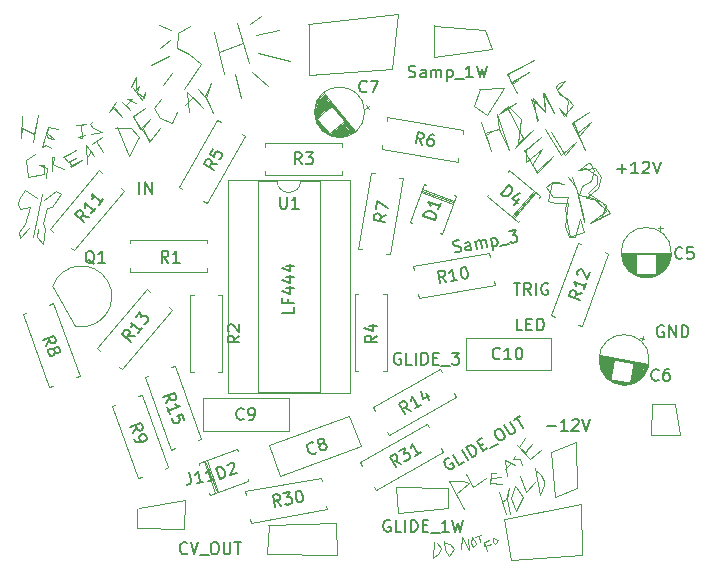
<source format=gbr>
G04 #@! TF.GenerationSoftware,KiCad,Pcbnew,(5.1.2-1)-1*
G04 #@! TF.CreationDate,2021-05-12T23:47:19-04:00*
G04 #@! TF.ProjectId,Dual Micro Sample Hold - MFOS,4475616c-204d-4696-9372-6f2053616d70,rev?*
G04 #@! TF.SameCoordinates,Original*
G04 #@! TF.FileFunction,Legend,Top*
G04 #@! TF.FilePolarity,Positive*
%FSLAX46Y46*%
G04 Gerber Fmt 4.6, Leading zero omitted, Abs format (unit mm)*
G04 Created by KiCad (PCBNEW (5.1.2-1)-1) date 2021-05-12 23:47:19*
%MOMM*%
%LPD*%
G04 APERTURE LIST*
%ADD10C,0.120000*%
%ADD11C,0.150000*%
G04 APERTURE END LIST*
D10*
X68554600Y-45313600D02*
X66649600Y-45339000D01*
X68935600Y-47955200D02*
X68554600Y-45313600D01*
X66471800Y-47980600D02*
X68935600Y-47955200D01*
X66598800Y-45339000D02*
X66471800Y-47980600D01*
X62280800Y-29591000D02*
X62077600Y-29667200D01*
X62687200Y-28524200D02*
X62280800Y-29591000D01*
X61163200Y-27457400D02*
X62687200Y-28524200D01*
X61950600Y-26746200D02*
X61163200Y-27457400D01*
X61925200Y-26009600D02*
X61950600Y-26746200D01*
X61010800Y-25400000D02*
X61925200Y-26009600D01*
X60350400Y-25527000D02*
X61010800Y-25400000D01*
X61747400Y-25400000D02*
X60350400Y-25527000D01*
X62230000Y-26085800D02*
X61747400Y-25400000D01*
X62026800Y-27051000D02*
X62230000Y-26085800D01*
X61036200Y-27940000D02*
X62026800Y-27051000D01*
X61671200Y-27965400D02*
X61036200Y-27940000D01*
X62382400Y-28244800D02*
X61671200Y-27965400D01*
X63068200Y-29184600D02*
X62382400Y-28244800D01*
X61341000Y-30048200D02*
X63068200Y-29184600D01*
X62712600Y-29006800D02*
X61341000Y-30048200D01*
X62636400Y-28829000D02*
X62712600Y-29006800D01*
X61569600Y-27914600D02*
X62636400Y-28829000D01*
X60426600Y-27609800D02*
X61569600Y-27914600D01*
X60655200Y-26847800D02*
X60426600Y-27609800D01*
X61442600Y-26441400D02*
X60655200Y-26847800D01*
X61696600Y-25527000D02*
X61442600Y-26441400D01*
X61315600Y-24917400D02*
X61696600Y-25527000D01*
X61137800Y-24968200D02*
X61315600Y-24917400D01*
X60426600Y-25552400D02*
X61137800Y-24968200D01*
X60756800Y-29337000D02*
X60833000Y-29870400D01*
X60350400Y-27559000D02*
X60756800Y-29337000D01*
X59842400Y-26085800D02*
X60350400Y-27559000D01*
X58064400Y-26644600D02*
X58699400Y-26543000D01*
X57632600Y-26949400D02*
X58064400Y-26644600D01*
X58216800Y-27838400D02*
X57632600Y-26949400D01*
X59232800Y-27838400D02*
X58216800Y-27838400D01*
X59436000Y-27787600D02*
X59232800Y-27838400D01*
X59232800Y-28727400D02*
X59436000Y-27787600D01*
X59359800Y-29895800D02*
X59232800Y-28727400D01*
X59639200Y-31191200D02*
X59359800Y-29895800D01*
X60045600Y-31165800D02*
X59639200Y-31191200D01*
X60477400Y-29718000D02*
X60045600Y-31165800D01*
X60807600Y-30759400D02*
X60477400Y-29718000D01*
X59588400Y-31165800D02*
X60807600Y-30759400D01*
X59182000Y-30276800D02*
X59588400Y-31165800D01*
X59436000Y-28295600D02*
X59182000Y-30276800D01*
X58394600Y-28295600D02*
X59436000Y-28295600D01*
X57810400Y-28194000D02*
X58394600Y-28295600D01*
X58089800Y-26568400D02*
X57810400Y-28194000D01*
X59156600Y-26746200D02*
X58089800Y-26568400D01*
X60147200Y-26949400D02*
X59436000Y-26085800D01*
X60807600Y-29972000D02*
X60147200Y-26949400D01*
X32562800Y-13208000D02*
X33502600Y-12522200D01*
X33096200Y-14097000D02*
X35001200Y-13639800D01*
X33248600Y-15621000D02*
X35915600Y-16306800D01*
X32689800Y-17221200D02*
X34036000Y-18440400D01*
X31318200Y-17424400D02*
X31775400Y-19431000D01*
X25908000Y-17322800D02*
X25196800Y-18338800D01*
X25654000Y-15900400D02*
X24155400Y-16611600D01*
X25781000Y-14503400D02*
X24942800Y-15240000D01*
X25857200Y-13639800D02*
X24841200Y-13258800D01*
X52425600Y-13690600D02*
X48107600Y-13335000D01*
X53035200Y-15265400D02*
X52425600Y-13690600D01*
X48107600Y-15951200D02*
X53035200Y-15265400D01*
X48133000Y-13284200D02*
X48107600Y-15951200D01*
X45110400Y-12344400D02*
X37490400Y-13182600D01*
X44551600Y-16967200D02*
X45110400Y-12344400D01*
X37566600Y-17449800D02*
X44551600Y-16967200D01*
X37541200Y-13157200D02*
X37566600Y-17449800D01*
X61417200Y-21437600D02*
X60223400Y-22428200D01*
X60375800Y-22656800D02*
X61417200Y-21437600D01*
X60121800Y-21996400D02*
X60375800Y-22656800D01*
X59893200Y-21463000D02*
X60121800Y-21996400D01*
X61264800Y-20624800D02*
X59893200Y-21463000D01*
X59842400Y-21513800D02*
X61264800Y-20624800D01*
X60909200Y-23850600D02*
X59842400Y-21513800D01*
X59867800Y-21488400D02*
X60909200Y-23850600D01*
X59182000Y-24257000D02*
X58013600Y-22352000D01*
X60147200Y-23139400D02*
X59182000Y-24257000D01*
X58902600Y-24282400D02*
X60147200Y-23139400D01*
X57556400Y-22072600D02*
X58902600Y-24282400D01*
X57175400Y-22707600D02*
X55778400Y-23926800D01*
X55905400Y-23825200D02*
X57175400Y-22707600D01*
X55956200Y-24815800D02*
X55905400Y-23825200D01*
X57302400Y-23774400D02*
X55956200Y-24815800D01*
X56464200Y-25095200D02*
X57302400Y-23774400D01*
X56845200Y-25603200D02*
X56464200Y-25095200D01*
X58191400Y-24384000D02*
X56845200Y-25603200D01*
X57632600Y-25044400D02*
X58191400Y-24384000D01*
X56845200Y-25806400D02*
X57632600Y-25044400D01*
X55727600Y-23825200D02*
X56845200Y-25806400D01*
X56819800Y-25781000D02*
X55727600Y-23825200D01*
X59182000Y-17957800D02*
X58572400Y-18694400D01*
X58750200Y-18135600D02*
X59182000Y-17957800D01*
X58547000Y-18313400D02*
X58750200Y-18135600D01*
X58445400Y-18542000D02*
X58547000Y-18313400D01*
X58699400Y-19075400D02*
X58445400Y-18542000D01*
X58877200Y-19177000D02*
X58699400Y-19075400D01*
X59512200Y-19507200D02*
X58877200Y-19177000D01*
X59918600Y-20015200D02*
X59512200Y-19507200D01*
X59156600Y-20980400D02*
X59918600Y-20015200D01*
X58674000Y-20269200D02*
X59156600Y-20980400D01*
X59309000Y-20955000D02*
X58674000Y-20269200D01*
X59461400Y-19685000D02*
X59309000Y-20955000D01*
X58547000Y-18796000D02*
X59461400Y-19685000D01*
X59029600Y-18288000D02*
X58547000Y-18796000D01*
X56540400Y-19456400D02*
X56819800Y-21386800D01*
X57505600Y-20650200D02*
X56540400Y-19456400D01*
X57480200Y-19050000D02*
X57505600Y-20650200D01*
X58267600Y-20675600D02*
X57480200Y-19050000D01*
X57327800Y-18999200D02*
X58267600Y-20675600D01*
X57531000Y-20574000D02*
X57327800Y-18999200D01*
X56311800Y-19481800D02*
X57531000Y-20574000D01*
X56972200Y-21285200D02*
X56311800Y-19481800D01*
X55067200Y-19888200D02*
X54000400Y-20472400D01*
X53670200Y-20802600D02*
X55067200Y-19888200D01*
X54381400Y-20142200D02*
X53670200Y-20802600D01*
X55524400Y-21209000D02*
X54381400Y-20142200D01*
X55219600Y-23266400D02*
X55524400Y-21209000D01*
X56489600Y-22148800D02*
X55219600Y-23266400D01*
X54991000Y-23647400D02*
X56489600Y-22148800D01*
X55651400Y-22834600D02*
X54991000Y-23647400D01*
X54381400Y-20370800D02*
X55651400Y-22834600D01*
X54483000Y-23825200D02*
X53670200Y-22072600D01*
X53441600Y-20802600D02*
X54483000Y-23825200D01*
X53670200Y-22021800D02*
X53441600Y-20802600D01*
X52425600Y-22402800D02*
X53670200Y-22021800D01*
X53517800Y-22021800D02*
X52425600Y-22402800D01*
X53009800Y-22199600D02*
X53517800Y-22021800D01*
X52552600Y-22580600D02*
X53009800Y-22199600D01*
X52984400Y-23952200D02*
X52552600Y-22580600D01*
X52146200Y-21463000D02*
X52984400Y-23952200D01*
X55219600Y-17881600D02*
X54737000Y-18237200D01*
X56184800Y-17246600D02*
X54813200Y-17957800D01*
X54635400Y-18135600D02*
X56184800Y-17246600D01*
X54432200Y-17399000D02*
X54635400Y-18135600D01*
X56565800Y-16256000D02*
X54432200Y-17399000D01*
X54279800Y-17399000D02*
X56565800Y-16256000D01*
X55118000Y-18973800D02*
X54279800Y-17399000D01*
X54051200Y-18567400D02*
X51943000Y-18694400D01*
X52628800Y-20878800D02*
X54051200Y-18567400D01*
X51511200Y-20142200D02*
X52628800Y-20878800D01*
X52019200Y-18643600D02*
X51511200Y-20142200D01*
X27076400Y-53441600D02*
X23164800Y-54178200D01*
X26949400Y-55930800D02*
X27076400Y-53441600D01*
X22961600Y-55854600D02*
X26949400Y-55930800D01*
X23012400Y-54229000D02*
X22961600Y-55854600D01*
X39801800Y-55448200D02*
X34036000Y-55626000D01*
X39903400Y-58089800D02*
X39801800Y-55448200D01*
X33959800Y-58013600D02*
X39903400Y-58089800D01*
X34188400Y-55651400D02*
X33959800Y-58013600D01*
X49276000Y-52451000D02*
X44932600Y-52349400D01*
X49352200Y-54152800D02*
X49276000Y-52451000D01*
X45059600Y-54559200D02*
X49352200Y-54152800D01*
X44932600Y-52374800D02*
X45059600Y-54559200D01*
X60147200Y-48564800D02*
X58013600Y-49403000D01*
X60223400Y-52476400D02*
X60147200Y-48564800D01*
X58369200Y-53238400D02*
X60223400Y-52476400D01*
X58064400Y-49403000D02*
X58369200Y-53238400D01*
X60579000Y-53822600D02*
X54178200Y-55092600D01*
X60629800Y-58166000D02*
X60579000Y-53822600D01*
X54686200Y-58521600D02*
X60629800Y-58166000D01*
X54076600Y-55092600D02*
X54686200Y-58521600D01*
X14478000Y-31191200D02*
X14579600Y-30530800D01*
X14986000Y-31775400D02*
X14478000Y-31191200D01*
X15214600Y-30556200D02*
X14986000Y-31775400D01*
X15062200Y-30022800D02*
X15214600Y-30556200D01*
X15392400Y-28752800D02*
X15062200Y-30022800D01*
X15773400Y-28651200D02*
X15392400Y-28752800D01*
X15976600Y-28371800D02*
X15773400Y-28651200D01*
X16510000Y-27559000D02*
X15976600Y-28371800D01*
X16154400Y-27330400D02*
X16510000Y-27559000D01*
X15138400Y-28067000D02*
X16154400Y-27330400D01*
X13055600Y-31267400D02*
X13868400Y-30429200D01*
X12979400Y-30759400D02*
X13055600Y-31267400D01*
X13487400Y-30073600D02*
X12979400Y-30759400D01*
X13893800Y-28702000D02*
X13487400Y-30073600D01*
X13106400Y-28803600D02*
X13893800Y-28702000D01*
X12877800Y-28371800D02*
X13106400Y-28803600D01*
X12954000Y-27990800D02*
X12877800Y-28371800D01*
X13487400Y-27228800D02*
X12954000Y-27990800D01*
X14554200Y-27940000D02*
X13487400Y-27228800D01*
X14173200Y-31242000D02*
X14909800Y-27584400D01*
X29438600Y-20701000D02*
X28829000Y-19354800D01*
X28752800Y-19253200D02*
X29438600Y-20701000D01*
X29286200Y-18135600D02*
X28752800Y-19253200D01*
X28829000Y-19405600D02*
X29286200Y-18135600D01*
X28117800Y-18643600D02*
X28829000Y-19405600D01*
X27686000Y-19380200D02*
X27025600Y-19989800D01*
X28600400Y-20269200D02*
X27686000Y-19380200D01*
X27228800Y-18897600D02*
X28600400Y-20269200D01*
X27355800Y-20624800D02*
X27228800Y-18897600D01*
X25908000Y-21513800D02*
X26390600Y-20650200D01*
X24968200Y-21107400D02*
X25908000Y-21513800D01*
X24434800Y-20243800D02*
X24968200Y-21107400D01*
X25019000Y-19532600D02*
X24434800Y-20243800D01*
X23622000Y-20269200D02*
X22733000Y-20980400D01*
X22656800Y-20929600D02*
X23622000Y-20269200D01*
X23241000Y-22047200D02*
X22656800Y-20929600D01*
X24053800Y-21183600D02*
X23241000Y-22047200D01*
X23469600Y-21996400D02*
X24053800Y-21183600D01*
X23977600Y-23139400D02*
X23469600Y-21996400D01*
X24892000Y-21945600D02*
X23977600Y-23139400D01*
X24053800Y-23114000D02*
X24892000Y-21945600D01*
X22656800Y-21082000D02*
X24053800Y-23114000D01*
X22479000Y-21996400D02*
X21158200Y-21945600D01*
X23190200Y-22758400D02*
X22479000Y-21996400D01*
X22326600Y-24307800D02*
X23190200Y-22758400D01*
X21285200Y-21920200D02*
X22326600Y-24307800D01*
X19532600Y-23037800D02*
X20116800Y-24028400D01*
X20015200Y-22707600D02*
X19532600Y-23037800D01*
X19202400Y-23291800D02*
X20015200Y-22707600D01*
X19075400Y-23901400D02*
X18821400Y-24333200D01*
X19354800Y-24384000D02*
X19075400Y-23901400D01*
X18694400Y-23444200D02*
X19354800Y-24384000D01*
X18745200Y-25044400D02*
X18694400Y-23444200D01*
X18338800Y-24688800D02*
X17322800Y-25196800D01*
X17399000Y-25273000D02*
X18338800Y-24688800D01*
X17297400Y-24739600D02*
X17399000Y-25273000D01*
X17856200Y-24485600D02*
X17297400Y-24739600D01*
X17119600Y-24815800D02*
X17856200Y-24485600D01*
X16789400Y-24434800D02*
X17119600Y-24815800D01*
X17780000Y-23876000D02*
X16789400Y-24434800D01*
X16738600Y-24409400D02*
X17780000Y-23876000D01*
X16840200Y-25450800D02*
X15925800Y-25095200D01*
X15951200Y-24409400D02*
X15875000Y-25044400D01*
X15748000Y-24434800D02*
X15951200Y-24409400D01*
X15773400Y-25628600D02*
X15748000Y-24434800D01*
X15341600Y-25323800D02*
X15316200Y-26187400D01*
X14681200Y-25146000D02*
X15341600Y-25323800D01*
X15138400Y-25095200D02*
X14681200Y-25146000D01*
X15087600Y-25908000D02*
X15138400Y-25095200D01*
X13741400Y-26085800D02*
X15087600Y-25908000D01*
X13614400Y-24688800D02*
X13741400Y-26085800D01*
X14325600Y-24206200D02*
X13614400Y-24688800D01*
X22885400Y-17678400D02*
X22453600Y-18542000D01*
X22910800Y-18796000D02*
X22885400Y-17678400D01*
X23139400Y-18415000D02*
X22910800Y-18796000D01*
X22987000Y-18948400D02*
X23139400Y-18415000D01*
X23571200Y-19456400D02*
X22987000Y-18948400D01*
X23647400Y-18897600D02*
X23571200Y-19456400D01*
X23418800Y-19608800D02*
X23647400Y-18897600D01*
X22606000Y-18618200D02*
X23418800Y-19608800D01*
X22123400Y-19507200D02*
X22910800Y-19862800D01*
X22555200Y-19532600D02*
X22123400Y-19507200D01*
X22047200Y-19989800D02*
X22555200Y-19532600D01*
X22402800Y-20421600D02*
X22047200Y-19989800D01*
X21742400Y-19786600D02*
X22402800Y-20421600D01*
X20574000Y-20599400D02*
X21183600Y-19786600D01*
X21031200Y-20167600D02*
X20574000Y-20599400D01*
X21691600Y-21005800D02*
X21031200Y-20167600D01*
X20878800Y-20218400D02*
X21691600Y-21005800D01*
X20015200Y-22352000D02*
X19075400Y-22453600D01*
X19278600Y-21945600D02*
X20015200Y-22352000D01*
X18999200Y-21640800D02*
X19278600Y-21945600D01*
X19253200Y-21361400D02*
X18999200Y-21640800D01*
X17983200Y-22758400D02*
X18567400Y-22580600D01*
X18313400Y-22783800D02*
X17983200Y-22758400D01*
X18211800Y-21717000D02*
X18313400Y-22783800D01*
X18669000Y-21666200D02*
X18211800Y-21717000D01*
X17805400Y-21691600D02*
X18669000Y-21666200D01*
X15265400Y-23444200D02*
X14960600Y-23596600D01*
X15671800Y-23698200D02*
X15265400Y-23444200D01*
X15240000Y-22453600D02*
X14935200Y-23622000D01*
X15443200Y-22809200D02*
X15240000Y-22453600D01*
X15976600Y-22936200D02*
X15443200Y-22809200D01*
X15341600Y-22402800D02*
X15976600Y-22936200D01*
X15417800Y-21869400D02*
X15341600Y-22402800D01*
X16256000Y-22098000D02*
X15417800Y-21869400D01*
X15443200Y-21869400D02*
X16256000Y-22098000D01*
X14935200Y-23622000D02*
X15443200Y-21869400D01*
X14605000Y-20878800D02*
X14147800Y-23164800D01*
X14224000Y-22453600D02*
X14605000Y-20878800D01*
X13284200Y-21945600D02*
X14224000Y-22453600D01*
X13131800Y-22860000D02*
X13284200Y-21945600D01*
X13284200Y-20929600D02*
X13131800Y-22860000D01*
X53467000Y-56819800D02*
X53238400Y-56692800D01*
X53517800Y-56896000D02*
X53467000Y-56819800D01*
X53365400Y-57150000D02*
X53517800Y-56896000D01*
X53263800Y-57175400D02*
X53365400Y-57150000D01*
X53136800Y-57048400D02*
X53263800Y-57175400D01*
X53136800Y-56692800D02*
X53136800Y-57048400D01*
X52755800Y-57277000D02*
X52933600Y-57175400D01*
X52349400Y-57378600D02*
X52755800Y-57277000D01*
X52400200Y-57099200D02*
X52349400Y-57378600D01*
X52781200Y-56845200D02*
X52400200Y-57099200D01*
X52400200Y-57048400D02*
X52781200Y-56845200D01*
X52578000Y-57759600D02*
X52400200Y-57048400D01*
X51968400Y-56540400D02*
X52019200Y-57023000D01*
X51612800Y-56565800D02*
X52146200Y-56464200D01*
X51511200Y-56819800D02*
X51308000Y-56616600D01*
X51689000Y-57124600D02*
X51511200Y-56819800D01*
X51663600Y-57226200D02*
X51689000Y-57124600D01*
X51409600Y-57454800D02*
X51663600Y-57226200D01*
X51257200Y-57150000D02*
X51409600Y-57454800D01*
X51333400Y-56565800D02*
X51257200Y-57150000D01*
X51079400Y-57683400D02*
X51003200Y-56769000D01*
X50469800Y-56616600D02*
X51079400Y-57683400D01*
X50393600Y-57658000D02*
X50469800Y-56616600D01*
X49453800Y-57175400D02*
X49022000Y-57073800D01*
X49834800Y-57607200D02*
X49453800Y-57175400D01*
X49377600Y-58216800D02*
X49834800Y-57607200D01*
X49072800Y-57683400D02*
X49377600Y-58216800D01*
X48945800Y-56946800D02*
X49072800Y-57683400D01*
X48691800Y-57531000D02*
X48361600Y-57150000D01*
X48564800Y-57988200D02*
X48691800Y-57531000D01*
X48056800Y-58369200D02*
X48564800Y-57988200D01*
X48107600Y-57023000D02*
X48056800Y-58369200D01*
X57048400Y-51155600D02*
X56718200Y-50927000D01*
X57200800Y-51384200D02*
X57048400Y-51155600D01*
X57480200Y-51892200D02*
X57200800Y-51384200D01*
X57429400Y-52222400D02*
X57480200Y-51892200D01*
X57099200Y-53060600D02*
X57429400Y-52222400D01*
X56718200Y-50774600D02*
X57099200Y-53060600D01*
X55956200Y-52755800D02*
X56667400Y-51917600D01*
X55372000Y-51435000D02*
X55956200Y-52755800D01*
X55651400Y-53238400D02*
X55067200Y-52400200D01*
X55041800Y-54406800D02*
X55651400Y-53238400D01*
X54686200Y-53340000D02*
X55041800Y-54406800D01*
X54991000Y-52324000D02*
X54686200Y-53340000D01*
X54305200Y-53390800D02*
X54584600Y-54686200D01*
X54483000Y-52425600D02*
X54305200Y-53390800D01*
X54254400Y-53390800D02*
X54483000Y-52425600D01*
X53898800Y-53619400D02*
X54254400Y-53390800D01*
X54254400Y-54686200D02*
X53898800Y-53619400D01*
X53619400Y-52755800D02*
X54254400Y-54686200D01*
X55321200Y-48971200D02*
X55854600Y-48260000D01*
X55803800Y-49403000D02*
X55321200Y-48971200D01*
X56413400Y-48768000D02*
X55803800Y-49403000D01*
X55829200Y-49479200D02*
X56413400Y-48768000D01*
X56261000Y-50012600D02*
X57175400Y-49276000D01*
X55194200Y-48844200D02*
X56261000Y-50012600D01*
X55422800Y-49961800D02*
X55549800Y-50495200D01*
X54787800Y-50038000D02*
X55422800Y-49961800D01*
X55016400Y-49758600D02*
X54787800Y-50038000D01*
X54635400Y-50342800D02*
X54102000Y-50876200D01*
X55016400Y-50546000D02*
X54635400Y-50342800D01*
X54102000Y-50114200D02*
X55016400Y-50546000D01*
X54305200Y-51460400D02*
X54102000Y-50114200D01*
X52984400Y-51612800D02*
X53771800Y-51511200D01*
X52857400Y-52044600D02*
X52984400Y-51612800D01*
X53924200Y-52120800D02*
X52857400Y-52044600D01*
X52933600Y-52070000D02*
X53924200Y-52120800D01*
X52933600Y-51206400D02*
X53340000Y-51155600D01*
X52832000Y-52095400D02*
X52933600Y-51206400D01*
X51435000Y-52374800D02*
X52552600Y-51587400D01*
X50800000Y-51257200D02*
X51435000Y-52374800D01*
X50622200Y-51866800D02*
X49428400Y-51841400D01*
X51054000Y-51993800D02*
X50622200Y-51866800D01*
X49987200Y-52959000D02*
X51054000Y-51993800D01*
X50673000Y-54203600D02*
X49987200Y-52959000D01*
X49377600Y-51841400D02*
X50673000Y-54203600D01*
X31445200Y-13081000D02*
X32461200Y-16484600D01*
X29895800Y-15544800D02*
X31978600Y-14782800D01*
X29464000Y-13817600D02*
X30327600Y-17399000D01*
X28371800Y-16535400D02*
X26949400Y-18669000D01*
X27355800Y-15697200D02*
X28371800Y-16535400D01*
X26339800Y-15189200D02*
X27355800Y-15697200D01*
X26492200Y-13919200D02*
X26339800Y-15189200D01*
X27432000Y-13360400D02*
X26492200Y-13919200D01*
D11*
X45307523Y-41054400D02*
X45212285Y-41006780D01*
X45069428Y-41006780D01*
X44926571Y-41054400D01*
X44831333Y-41149638D01*
X44783714Y-41244876D01*
X44736095Y-41435352D01*
X44736095Y-41578209D01*
X44783714Y-41768685D01*
X44831333Y-41863923D01*
X44926571Y-41959161D01*
X45069428Y-42006780D01*
X45164666Y-42006780D01*
X45307523Y-41959161D01*
X45355142Y-41911542D01*
X45355142Y-41578209D01*
X45164666Y-41578209D01*
X46259904Y-42006780D02*
X45783714Y-42006780D01*
X45783714Y-41006780D01*
X46593238Y-42006780D02*
X46593238Y-41006780D01*
X47069428Y-42006780D02*
X47069428Y-41006780D01*
X47307523Y-41006780D01*
X47450380Y-41054400D01*
X47545619Y-41149638D01*
X47593238Y-41244876D01*
X47640857Y-41435352D01*
X47640857Y-41578209D01*
X47593238Y-41768685D01*
X47545619Y-41863923D01*
X47450380Y-41959161D01*
X47307523Y-42006780D01*
X47069428Y-42006780D01*
X48069428Y-41482971D02*
X48402761Y-41482971D01*
X48545619Y-42006780D02*
X48069428Y-42006780D01*
X48069428Y-41006780D01*
X48545619Y-41006780D01*
X48736095Y-42102019D02*
X49498000Y-42102019D01*
X49640857Y-41006780D02*
X50259904Y-41006780D01*
X49926571Y-41387733D01*
X50069428Y-41387733D01*
X50164666Y-41435352D01*
X50212285Y-41482971D01*
X50259904Y-41578209D01*
X50259904Y-41816304D01*
X50212285Y-41911542D01*
X50164666Y-41959161D01*
X50069428Y-42006780D01*
X49783714Y-42006780D01*
X49688476Y-41959161D01*
X49640857Y-41911542D01*
X23174390Y-27579580D02*
X23174390Y-26579580D01*
X23650580Y-27579580D02*
X23650580Y-26579580D01*
X24222009Y-27579580D01*
X24222009Y-26579580D01*
X27230628Y-57964342D02*
X27183009Y-58011961D01*
X27040152Y-58059580D01*
X26944914Y-58059580D01*
X26802057Y-58011961D01*
X26706819Y-57916723D01*
X26659200Y-57821485D01*
X26611580Y-57631009D01*
X26611580Y-57488152D01*
X26659200Y-57297676D01*
X26706819Y-57202438D01*
X26802057Y-57107200D01*
X26944914Y-57059580D01*
X27040152Y-57059580D01*
X27183009Y-57107200D01*
X27230628Y-57154819D01*
X27516342Y-57059580D02*
X27849676Y-58059580D01*
X28183009Y-57059580D01*
X28278247Y-58154819D02*
X29040152Y-58154819D01*
X29468723Y-57059580D02*
X29659200Y-57059580D01*
X29754438Y-57107200D01*
X29849676Y-57202438D01*
X29897295Y-57392914D01*
X29897295Y-57726247D01*
X29849676Y-57916723D01*
X29754438Y-58011961D01*
X29659200Y-58059580D01*
X29468723Y-58059580D01*
X29373485Y-58011961D01*
X29278247Y-57916723D01*
X29230628Y-57726247D01*
X29230628Y-57392914D01*
X29278247Y-57202438D01*
X29373485Y-57107200D01*
X29468723Y-57059580D01*
X30325866Y-57059580D02*
X30325866Y-57869104D01*
X30373485Y-57964342D01*
X30421104Y-58011961D01*
X30516342Y-58059580D01*
X30706819Y-58059580D01*
X30802057Y-58011961D01*
X30849676Y-57964342D01*
X30897295Y-57869104D01*
X30897295Y-57059580D01*
X31230628Y-57059580D02*
X31802057Y-57059580D01*
X31516342Y-58059580D02*
X31516342Y-57059580D01*
X44405895Y-55202200D02*
X44310657Y-55154580D01*
X44167800Y-55154580D01*
X44024942Y-55202200D01*
X43929704Y-55297438D01*
X43882085Y-55392676D01*
X43834466Y-55583152D01*
X43834466Y-55726009D01*
X43882085Y-55916485D01*
X43929704Y-56011723D01*
X44024942Y-56106961D01*
X44167800Y-56154580D01*
X44263038Y-56154580D01*
X44405895Y-56106961D01*
X44453514Y-56059342D01*
X44453514Y-55726009D01*
X44263038Y-55726009D01*
X45358276Y-56154580D02*
X44882085Y-56154580D01*
X44882085Y-55154580D01*
X45691609Y-56154580D02*
X45691609Y-55154580D01*
X46167800Y-56154580D02*
X46167800Y-55154580D01*
X46405895Y-55154580D01*
X46548752Y-55202200D01*
X46643990Y-55297438D01*
X46691609Y-55392676D01*
X46739228Y-55583152D01*
X46739228Y-55726009D01*
X46691609Y-55916485D01*
X46643990Y-56011723D01*
X46548752Y-56106961D01*
X46405895Y-56154580D01*
X46167800Y-56154580D01*
X47167800Y-55630771D02*
X47501133Y-55630771D01*
X47643990Y-56154580D02*
X47167800Y-56154580D01*
X47167800Y-55154580D01*
X47643990Y-55154580D01*
X47834466Y-56249819D02*
X48596371Y-56249819D01*
X49358276Y-56154580D02*
X48786847Y-56154580D01*
X49072561Y-56154580D02*
X49072561Y-55154580D01*
X48977323Y-55297438D01*
X48882085Y-55392676D01*
X48786847Y-55440295D01*
X49691609Y-55154580D02*
X49929704Y-56154580D01*
X50120180Y-55440295D01*
X50310657Y-56154580D01*
X50548752Y-55154580D01*
X49377605Y-49906415D02*
X49271317Y-49912795D01*
X49147599Y-49984224D01*
X49047691Y-50096892D01*
X49012831Y-50226989D01*
X49019211Y-50333277D01*
X49073210Y-50522044D01*
X49144638Y-50645762D01*
X49281116Y-50786910D01*
X49369974Y-50845579D01*
X49500072Y-50880438D01*
X49647599Y-50850249D01*
X49730078Y-50802630D01*
X49829986Y-50689962D01*
X49847416Y-50624913D01*
X49680749Y-50336238D01*
X49515792Y-50431476D01*
X50678582Y-50255011D02*
X50266189Y-50493106D01*
X49766189Y-49627081D01*
X50967257Y-50088344D02*
X50467257Y-49222319D01*
X51379650Y-49850249D02*
X50879650Y-48984224D01*
X51085847Y-48865176D01*
X51233374Y-48834987D01*
X51363472Y-48869846D01*
X51452330Y-48928515D01*
X51588808Y-49069663D01*
X51660236Y-49193381D01*
X51714235Y-49382148D01*
X51720615Y-49488436D01*
X51685755Y-49618534D01*
X51585847Y-49731201D01*
X51379650Y-49850249D01*
X51983771Y-48896617D02*
X52272446Y-48729950D01*
X52658069Y-49112154D02*
X52245676Y-49350249D01*
X51745676Y-48484224D01*
X52158069Y-48246128D01*
X52870645Y-49099394D02*
X53530474Y-48718442D01*
X53354008Y-47555652D02*
X53518966Y-47460414D01*
X53625254Y-47454034D01*
X53755351Y-47488894D01*
X53891829Y-47630042D01*
X54058496Y-47918717D01*
X54112494Y-48107484D01*
X54077635Y-48237581D01*
X54018966Y-48326440D01*
X53854008Y-48421678D01*
X53747720Y-48428057D01*
X53617623Y-48393198D01*
X53481145Y-48252050D01*
X53314479Y-47963375D01*
X53260480Y-47774608D01*
X53295339Y-47644511D01*
X53354008Y-47555652D01*
X54096316Y-47127081D02*
X54501078Y-47828149D01*
X54589936Y-47886818D01*
X54654985Y-47904248D01*
X54761273Y-47897868D01*
X54926230Y-47802630D01*
X54984899Y-47713772D01*
X55002329Y-47648723D01*
X54995949Y-47542435D01*
X54591188Y-46841367D01*
X54879863Y-46674700D02*
X55374734Y-46388986D01*
X55627299Y-47397868D02*
X55127299Y-46531843D01*
X55618142Y-39111180D02*
X55141952Y-39111180D01*
X55141952Y-38111180D01*
X55951476Y-38587371D02*
X56284809Y-38587371D01*
X56427666Y-39111180D02*
X55951476Y-39111180D01*
X55951476Y-38111180D01*
X56427666Y-38111180D01*
X56856238Y-39111180D02*
X56856238Y-38111180D01*
X57094333Y-38111180D01*
X57237190Y-38158800D01*
X57332428Y-38254038D01*
X57380047Y-38349276D01*
X57427666Y-38539752D01*
X57427666Y-38682609D01*
X57380047Y-38873085D01*
X57332428Y-38968323D01*
X57237190Y-39063561D01*
X57094333Y-39111180D01*
X56856238Y-39111180D01*
X54864190Y-35113980D02*
X55435619Y-35113980D01*
X55149904Y-36113980D02*
X55149904Y-35113980D01*
X56340380Y-36113980D02*
X56007047Y-35637790D01*
X55768952Y-36113980D02*
X55768952Y-35113980D01*
X56149904Y-35113980D01*
X56245142Y-35161600D01*
X56292761Y-35209219D01*
X56340380Y-35304457D01*
X56340380Y-35447314D01*
X56292761Y-35542552D01*
X56245142Y-35590171D01*
X56149904Y-35637790D01*
X55768952Y-35637790D01*
X56768952Y-36113980D02*
X56768952Y-35113980D01*
X57768952Y-35161600D02*
X57673714Y-35113980D01*
X57530857Y-35113980D01*
X57388000Y-35161600D01*
X57292761Y-35256838D01*
X57245142Y-35352076D01*
X57197523Y-35542552D01*
X57197523Y-35685409D01*
X57245142Y-35875885D01*
X57292761Y-35971123D01*
X57388000Y-36066361D01*
X57530857Y-36113980D01*
X57626095Y-36113980D01*
X57768952Y-36066361D01*
X57816571Y-36018742D01*
X57816571Y-35685409D01*
X57626095Y-35685409D01*
X49873636Y-32492943D02*
X50022592Y-32515032D01*
X50257070Y-32473687D01*
X50342592Y-32410253D01*
X50381219Y-32355089D01*
X50411576Y-32253029D01*
X50395039Y-32159237D01*
X50331605Y-32073715D01*
X50276440Y-32035088D01*
X50174380Y-32004731D01*
X49978529Y-31990911D01*
X49876469Y-31960553D01*
X49821304Y-31921927D01*
X49757871Y-31836404D01*
X49741333Y-31742613D01*
X49771690Y-31640553D01*
X49810317Y-31585388D01*
X49895839Y-31521955D01*
X50130317Y-31480610D01*
X50279273Y-31502699D01*
X51288773Y-32291770D02*
X51197815Y-31775918D01*
X51134381Y-31690396D01*
X51032321Y-31660038D01*
X50844739Y-31693114D01*
X50759216Y-31756547D01*
X51280504Y-32244874D02*
X51194982Y-32308308D01*
X50960504Y-32349652D01*
X50858444Y-32319295D01*
X50795010Y-32233772D01*
X50778472Y-32139981D01*
X50808830Y-32037921D01*
X50894352Y-31974488D01*
X51128830Y-31933143D01*
X51214353Y-31869709D01*
X51757729Y-32209080D02*
X51641964Y-31552542D01*
X51658502Y-31646333D02*
X51697128Y-31591168D01*
X51782651Y-31527735D01*
X51923337Y-31502928D01*
X52025398Y-31533286D01*
X52088831Y-31618808D01*
X52179790Y-32134659D01*
X52088831Y-31618808D02*
X52119189Y-31516748D01*
X52204711Y-31453314D01*
X52345398Y-31428507D01*
X52447458Y-31458865D01*
X52510892Y-31544387D01*
X52601850Y-32060239D01*
X52955041Y-31321011D02*
X53128689Y-32305818D01*
X52963310Y-31367906D02*
X53048832Y-31304473D01*
X53236415Y-31271397D01*
X53338475Y-31301755D01*
X53393639Y-31340381D01*
X53457073Y-31425904D01*
X53506687Y-31707277D01*
X53476329Y-31809337D01*
X53437702Y-31864502D01*
X53352180Y-31927935D01*
X53164598Y-31961011D01*
X53062537Y-31930654D01*
X53743883Y-31955575D02*
X54494212Y-31823272D01*
X54444713Y-30719866D02*
X55054356Y-30612369D01*
X54792239Y-31045417D01*
X54932925Y-31020610D01*
X55034985Y-31050968D01*
X55090150Y-31089594D01*
X55153584Y-31175117D01*
X55194928Y-31409595D01*
X55164571Y-31511655D01*
X55125944Y-31566819D01*
X55040422Y-31630253D01*
X54759048Y-31679867D01*
X54656988Y-31649509D01*
X54601823Y-31610882D01*
X45990285Y-17651361D02*
X46133142Y-17698980D01*
X46371238Y-17698980D01*
X46466476Y-17651361D01*
X46514095Y-17603742D01*
X46561714Y-17508504D01*
X46561714Y-17413266D01*
X46514095Y-17318028D01*
X46466476Y-17270409D01*
X46371238Y-17222790D01*
X46180761Y-17175171D01*
X46085523Y-17127552D01*
X46037904Y-17079933D01*
X45990285Y-16984695D01*
X45990285Y-16889457D01*
X46037904Y-16794219D01*
X46085523Y-16746600D01*
X46180761Y-16698980D01*
X46418857Y-16698980D01*
X46561714Y-16746600D01*
X47418857Y-17698980D02*
X47418857Y-17175171D01*
X47371238Y-17079933D01*
X47276000Y-17032314D01*
X47085523Y-17032314D01*
X46990285Y-17079933D01*
X47418857Y-17651361D02*
X47323619Y-17698980D01*
X47085523Y-17698980D01*
X46990285Y-17651361D01*
X46942666Y-17556123D01*
X46942666Y-17460885D01*
X46990285Y-17365647D01*
X47085523Y-17318028D01*
X47323619Y-17318028D01*
X47418857Y-17270409D01*
X47895047Y-17698980D02*
X47895047Y-17032314D01*
X47895047Y-17127552D02*
X47942666Y-17079933D01*
X48037904Y-17032314D01*
X48180761Y-17032314D01*
X48276000Y-17079933D01*
X48323619Y-17175171D01*
X48323619Y-17698980D01*
X48323619Y-17175171D02*
X48371238Y-17079933D01*
X48466476Y-17032314D01*
X48609333Y-17032314D01*
X48704571Y-17079933D01*
X48752190Y-17175171D01*
X48752190Y-17698980D01*
X49228380Y-17032314D02*
X49228380Y-18032314D01*
X49228380Y-17079933D02*
X49323619Y-17032314D01*
X49514095Y-17032314D01*
X49609333Y-17079933D01*
X49656952Y-17127552D01*
X49704571Y-17222790D01*
X49704571Y-17508504D01*
X49656952Y-17603742D01*
X49609333Y-17651361D01*
X49514095Y-17698980D01*
X49323619Y-17698980D01*
X49228380Y-17651361D01*
X49895047Y-17794219D02*
X50656952Y-17794219D01*
X51418857Y-17698980D02*
X50847428Y-17698980D01*
X51133142Y-17698980D02*
X51133142Y-16698980D01*
X51037904Y-16841838D01*
X50942666Y-16937076D01*
X50847428Y-16984695D01*
X51752190Y-16698980D02*
X51990285Y-17698980D01*
X52180761Y-16984695D01*
X52371238Y-17698980D01*
X52609333Y-16698980D01*
X36291780Y-37158419D02*
X36291780Y-37634609D01*
X35291780Y-37634609D01*
X35767971Y-36491752D02*
X35767971Y-36825085D01*
X36291780Y-36825085D02*
X35291780Y-36825085D01*
X35291780Y-36348895D01*
X35625114Y-35539371D02*
X36291780Y-35539371D01*
X35244161Y-35777466D02*
X35958447Y-36015561D01*
X35958447Y-35396514D01*
X35625114Y-34586990D02*
X36291780Y-34586990D01*
X35244161Y-34825085D02*
X35958447Y-35063180D01*
X35958447Y-34444133D01*
X35625114Y-33634609D02*
X36291780Y-33634609D01*
X35244161Y-33872704D02*
X35958447Y-34110800D01*
X35958447Y-33491752D01*
X67564095Y-38743000D02*
X67468857Y-38695380D01*
X67326000Y-38695380D01*
X67183142Y-38743000D01*
X67087904Y-38838238D01*
X67040285Y-38933476D01*
X66992666Y-39123952D01*
X66992666Y-39266809D01*
X67040285Y-39457285D01*
X67087904Y-39552523D01*
X67183142Y-39647761D01*
X67326000Y-39695380D01*
X67421238Y-39695380D01*
X67564095Y-39647761D01*
X67611714Y-39600142D01*
X67611714Y-39266809D01*
X67421238Y-39266809D01*
X68040285Y-39695380D02*
X68040285Y-38695380D01*
X68611714Y-39695380D01*
X68611714Y-38695380D01*
X69087904Y-39695380D02*
X69087904Y-38695380D01*
X69326000Y-38695380D01*
X69468857Y-38743000D01*
X69564095Y-38838238D01*
X69611714Y-38933476D01*
X69659333Y-39123952D01*
X69659333Y-39266809D01*
X69611714Y-39457285D01*
X69564095Y-39552523D01*
X69468857Y-39647761D01*
X69326000Y-39695380D01*
X69087904Y-39695380D01*
X57674095Y-47239228D02*
X58436000Y-47239228D01*
X59436000Y-47620180D02*
X58864571Y-47620180D01*
X59150285Y-47620180D02*
X59150285Y-46620180D01*
X59055047Y-46763038D01*
X58959809Y-46858276D01*
X58864571Y-46905895D01*
X59816952Y-46715419D02*
X59864571Y-46667800D01*
X59959809Y-46620180D01*
X60197904Y-46620180D01*
X60293142Y-46667800D01*
X60340761Y-46715419D01*
X60388380Y-46810657D01*
X60388380Y-46905895D01*
X60340761Y-47048752D01*
X59769333Y-47620180D01*
X60388380Y-47620180D01*
X60674095Y-46620180D02*
X61007428Y-47620180D01*
X61340761Y-46620180D01*
X63643095Y-25446028D02*
X64405000Y-25446028D01*
X64024047Y-25826980D02*
X64024047Y-25065076D01*
X65405000Y-25826980D02*
X64833571Y-25826980D01*
X65119285Y-25826980D02*
X65119285Y-24826980D01*
X65024047Y-24969838D01*
X64928809Y-25065076D01*
X64833571Y-25112695D01*
X65785952Y-24922219D02*
X65833571Y-24874600D01*
X65928809Y-24826980D01*
X66166904Y-24826980D01*
X66262142Y-24874600D01*
X66309761Y-24922219D01*
X66357380Y-25017457D01*
X66357380Y-25112695D01*
X66309761Y-25255552D01*
X65738333Y-25826980D01*
X66357380Y-25826980D01*
X66643095Y-24826980D02*
X66976428Y-25826980D01*
X67309761Y-24826980D01*
D10*
X68210800Y-32521400D02*
G75*
G03X68210800Y-32521400I-2120000J0D01*
G01*
X68170800Y-32521400D02*
X64010800Y-32521400D01*
X68170800Y-32561400D02*
X64010800Y-32561400D01*
X68169800Y-32601400D02*
X64011800Y-32601400D01*
X68167800Y-32641400D02*
X64013800Y-32641400D01*
X68164800Y-32681400D02*
X64016800Y-32681400D01*
X68161800Y-32721400D02*
X66930800Y-32721400D01*
X65250800Y-32721400D02*
X64019800Y-32721400D01*
X68157800Y-32761400D02*
X66930800Y-32761400D01*
X65250800Y-32761400D02*
X64023800Y-32761400D01*
X68152800Y-32801400D02*
X66930800Y-32801400D01*
X65250800Y-32801400D02*
X64028800Y-32801400D01*
X68146800Y-32841400D02*
X66930800Y-32841400D01*
X65250800Y-32841400D02*
X64034800Y-32841400D01*
X68140800Y-32881400D02*
X66930800Y-32881400D01*
X65250800Y-32881400D02*
X64040800Y-32881400D01*
X68132800Y-32921400D02*
X66930800Y-32921400D01*
X65250800Y-32921400D02*
X64048800Y-32921400D01*
X68124800Y-32961400D02*
X66930800Y-32961400D01*
X65250800Y-32961400D02*
X64056800Y-32961400D01*
X68115800Y-33001400D02*
X66930800Y-33001400D01*
X65250800Y-33001400D02*
X64065800Y-33001400D01*
X68106800Y-33041400D02*
X66930800Y-33041400D01*
X65250800Y-33041400D02*
X64074800Y-33041400D01*
X68095800Y-33081400D02*
X66930800Y-33081400D01*
X65250800Y-33081400D02*
X64085800Y-33081400D01*
X68084800Y-33121400D02*
X66930800Y-33121400D01*
X65250800Y-33121400D02*
X64096800Y-33121400D01*
X68072800Y-33161400D02*
X66930800Y-33161400D01*
X65250800Y-33161400D02*
X64108800Y-33161400D01*
X68058800Y-33201400D02*
X66930800Y-33201400D01*
X65250800Y-33201400D02*
X64122800Y-33201400D01*
X68044800Y-33242400D02*
X66930800Y-33242400D01*
X65250800Y-33242400D02*
X64136800Y-33242400D01*
X68030800Y-33282400D02*
X66930800Y-33282400D01*
X65250800Y-33282400D02*
X64150800Y-33282400D01*
X68014800Y-33322400D02*
X66930800Y-33322400D01*
X65250800Y-33322400D02*
X64166800Y-33322400D01*
X67997800Y-33362400D02*
X66930800Y-33362400D01*
X65250800Y-33362400D02*
X64183800Y-33362400D01*
X67979800Y-33402400D02*
X66930800Y-33402400D01*
X65250800Y-33402400D02*
X64201800Y-33402400D01*
X67960800Y-33442400D02*
X66930800Y-33442400D01*
X65250800Y-33442400D02*
X64220800Y-33442400D01*
X67941800Y-33482400D02*
X66930800Y-33482400D01*
X65250800Y-33482400D02*
X64239800Y-33482400D01*
X67920800Y-33522400D02*
X66930800Y-33522400D01*
X65250800Y-33522400D02*
X64260800Y-33522400D01*
X67898800Y-33562400D02*
X66930800Y-33562400D01*
X65250800Y-33562400D02*
X64282800Y-33562400D01*
X67875800Y-33602400D02*
X66930800Y-33602400D01*
X65250800Y-33602400D02*
X64305800Y-33602400D01*
X67850800Y-33642400D02*
X66930800Y-33642400D01*
X65250800Y-33642400D02*
X64330800Y-33642400D01*
X67825800Y-33682400D02*
X66930800Y-33682400D01*
X65250800Y-33682400D02*
X64355800Y-33682400D01*
X67798800Y-33722400D02*
X66930800Y-33722400D01*
X65250800Y-33722400D02*
X64382800Y-33722400D01*
X67770800Y-33762400D02*
X66930800Y-33762400D01*
X65250800Y-33762400D02*
X64410800Y-33762400D01*
X67740800Y-33802400D02*
X66930800Y-33802400D01*
X65250800Y-33802400D02*
X64440800Y-33802400D01*
X67709800Y-33842400D02*
X66930800Y-33842400D01*
X65250800Y-33842400D02*
X64471800Y-33842400D01*
X67677800Y-33882400D02*
X66930800Y-33882400D01*
X65250800Y-33882400D02*
X64503800Y-33882400D01*
X67642800Y-33922400D02*
X66930800Y-33922400D01*
X65250800Y-33922400D02*
X64538800Y-33922400D01*
X67606800Y-33962400D02*
X66930800Y-33962400D01*
X65250800Y-33962400D02*
X64574800Y-33962400D01*
X67568800Y-34002400D02*
X66930800Y-34002400D01*
X65250800Y-34002400D02*
X64612800Y-34002400D01*
X67528800Y-34042400D02*
X66930800Y-34042400D01*
X65250800Y-34042400D02*
X64652800Y-34042400D01*
X67486800Y-34082400D02*
X66930800Y-34082400D01*
X65250800Y-34082400D02*
X64694800Y-34082400D01*
X67441800Y-34122400D02*
X66930800Y-34122400D01*
X65250800Y-34122400D02*
X64739800Y-34122400D01*
X67394800Y-34162400D02*
X66930800Y-34162400D01*
X65250800Y-34162400D02*
X64786800Y-34162400D01*
X67344800Y-34202400D02*
X66930800Y-34202400D01*
X65250800Y-34202400D02*
X64836800Y-34202400D01*
X67290800Y-34242400D02*
X66930800Y-34242400D01*
X65250800Y-34242400D02*
X64890800Y-34242400D01*
X67232800Y-34282400D02*
X66930800Y-34282400D01*
X65250800Y-34282400D02*
X64948800Y-34282400D01*
X67170800Y-34322400D02*
X66930800Y-34322400D01*
X65250800Y-34322400D02*
X65010800Y-34322400D01*
X67103800Y-34362400D02*
X65077800Y-34362400D01*
X67030800Y-34402400D02*
X65150800Y-34402400D01*
X66949800Y-34442400D02*
X65231800Y-34442400D01*
X66858800Y-34482400D02*
X65322800Y-34482400D01*
X66754800Y-34522400D02*
X65426800Y-34522400D01*
X66627800Y-34562400D02*
X65553800Y-34562400D01*
X66460800Y-34602400D02*
X65720800Y-34602400D01*
X67285800Y-30251599D02*
X67285800Y-30651599D01*
X67485800Y-30451599D02*
X67085800Y-30451599D01*
X65948576Y-39803291D02*
X65554653Y-39733832D01*
X65786344Y-39571600D02*
X65716885Y-39965523D01*
X64218369Y-43713043D02*
X63489611Y-43584543D01*
X64389778Y-43702649D02*
X63332094Y-43516151D01*
X64521794Y-43685310D02*
X63213969Y-43454706D01*
X64631160Y-43663978D02*
X63118495Y-43397254D01*
X64727724Y-43640387D02*
X63035824Y-43342060D01*
X64814439Y-43615060D02*
X62963000Y-43288602D01*
X64893276Y-43588344D02*
X62898055Y-43236533D01*
X63075373Y-43227182D02*
X62839019Y-43185506D01*
X64966204Y-43560587D02*
X64729850Y-43518911D01*
X63082319Y-43187790D02*
X62784907Y-43135348D01*
X65034208Y-43531960D02*
X64736796Y-43479519D01*
X63089265Y-43148397D02*
X62734734Y-43085884D01*
X65098273Y-43502640D02*
X64743742Y-43440126D01*
X63096211Y-43109005D02*
X62688500Y-43037115D01*
X65158398Y-43472624D02*
X64750688Y-43400734D01*
X63103157Y-43069613D02*
X62646206Y-42989040D01*
X65214584Y-43441914D02*
X64757634Y-43361342D01*
X63110103Y-43030220D02*
X62606866Y-42941486D01*
X65267816Y-43410684D02*
X64764580Y-43321949D01*
X63117049Y-42990828D02*
X62569495Y-42894280D01*
X65319079Y-43379106D02*
X64771526Y-43282557D01*
X63123994Y-42951436D02*
X62535079Y-42847594D01*
X65367386Y-43347006D02*
X64778471Y-43243165D01*
X63130940Y-42912044D02*
X62502633Y-42801256D01*
X65413725Y-43314560D02*
X64785417Y-43203773D01*
X63137886Y-42872651D02*
X62472156Y-42755265D01*
X65458093Y-43281766D02*
X64792363Y-43164380D01*
X63144832Y-42833259D02*
X62443649Y-42709621D01*
X65500492Y-43248625D02*
X64799309Y-43124988D01*
X63151778Y-42793867D02*
X62416127Y-42664151D01*
X65541907Y-43215311D02*
X64806255Y-43085596D01*
X63158724Y-42754474D02*
X62391559Y-42619202D01*
X65580366Y-43181475D02*
X64813201Y-43046203D01*
X63165670Y-42715082D02*
X62367976Y-42574427D01*
X65617841Y-43147466D02*
X64820147Y-43006811D01*
X63172616Y-42675690D02*
X62345377Y-42529825D01*
X65654331Y-43113283D02*
X64827093Y-42967419D01*
X63179562Y-42636297D02*
X62324749Y-42485571D01*
X65688852Y-43078753D02*
X64834039Y-42928026D01*
X63186508Y-42596905D02*
X62305105Y-42441490D01*
X65722388Y-43044049D02*
X64840985Y-42888634D01*
X63193454Y-42557513D02*
X62287431Y-42397756D01*
X65753954Y-43008998D02*
X64847931Y-42849242D01*
X63200400Y-42518120D02*
X62269756Y-42354023D01*
X65785520Y-42973947D02*
X64854877Y-42809849D01*
X63207346Y-42478728D02*
X62254052Y-42310637D01*
X65815116Y-42938549D02*
X64861823Y-42770457D01*
X63214291Y-42439336D02*
X62239332Y-42267424D01*
X65843728Y-42902976D02*
X64868769Y-42731065D01*
X63221237Y-42399944D02*
X62225597Y-42224385D01*
X65871355Y-42867231D02*
X64875714Y-42691672D01*
X63228183Y-42360551D02*
X62213831Y-42181694D01*
X65897012Y-42831138D02*
X64882660Y-42652280D01*
X63235129Y-42321159D02*
X62202066Y-42139002D01*
X65922670Y-42795045D02*
X64889606Y-42612888D01*
X63242075Y-42281767D02*
X62191285Y-42096484D01*
X65947342Y-42758778D02*
X64896552Y-42573496D01*
X63249021Y-42242374D02*
X62181490Y-42054140D01*
X65971030Y-42722338D02*
X64903498Y-42534103D01*
X63255967Y-42202982D02*
X62172679Y-42011969D01*
X65993733Y-42685724D02*
X64910444Y-42494711D01*
X63262913Y-42163590D02*
X62165837Y-41970146D01*
X66014466Y-42648763D02*
X64917390Y-42455319D01*
X63270033Y-42123213D02*
X62159169Y-41927337D01*
X66035373Y-42610817D02*
X64924510Y-42414941D01*
X63276978Y-42083820D02*
X62152328Y-41885514D01*
X66056106Y-42573855D02*
X64931456Y-42375549D01*
X63283924Y-42044428D02*
X62147456Y-41844038D01*
X66074870Y-42536547D02*
X64938401Y-42336157D01*
X63290870Y-42005036D02*
X62143569Y-41802735D01*
X66092648Y-42499065D02*
X64945347Y-42296765D01*
X63297816Y-41965643D02*
X62139682Y-41761433D01*
X66110427Y-42461583D02*
X64952293Y-42257372D01*
X63304762Y-41926251D02*
X62137765Y-41720478D01*
X66126236Y-42423753D02*
X64959239Y-42217980D01*
X63311708Y-41886859D02*
X62135848Y-41679523D01*
X66142046Y-42385924D02*
X64966185Y-42178588D01*
X63318654Y-41847466D02*
X62134915Y-41638741D01*
X66156870Y-42347920D02*
X64973131Y-42139195D01*
X63325600Y-41808074D02*
X62133983Y-41597960D01*
X66171694Y-42309917D02*
X64980077Y-42099803D01*
X63332546Y-41768682D02*
X62135020Y-41557526D01*
X66184549Y-42271567D02*
X64987023Y-42060411D01*
X63339492Y-41729289D02*
X62136057Y-41517091D01*
X66197404Y-42233216D02*
X64993969Y-42021018D01*
X63346438Y-41689897D02*
X62138079Y-41476831D01*
X66209274Y-42194692D02*
X65000915Y-41981626D01*
X63353384Y-41650505D02*
X62141085Y-41436744D01*
X66220159Y-42155995D02*
X65007861Y-41942234D01*
X66230059Y-42117123D02*
X62145077Y-41396831D01*
X66239960Y-42078252D02*
X62149068Y-41356917D01*
X66248875Y-42039207D02*
X62154045Y-41317178D01*
X66256806Y-41999988D02*
X62160006Y-41277612D01*
X66263752Y-41960596D02*
X62166952Y-41238220D01*
X66335352Y-41599408D02*
G75*
G03X66335352Y-41599408I-2120000J0D01*
G01*
X42610204Y-20370777D02*
X42353089Y-20064359D01*
X42634855Y-20089011D02*
X42328437Y-20346126D01*
X38771648Y-22253665D02*
X38295986Y-21686792D01*
X38909636Y-22355883D02*
X38219282Y-21533151D01*
X39021912Y-22427459D02*
X38168290Y-21410152D01*
X39119403Y-22481416D02*
X38132082Y-21304772D01*
X39208539Y-22525415D02*
X38104230Y-21209350D01*
X39291246Y-22561753D02*
X38082806Y-21121589D01*
X39368812Y-22591963D02*
X38066524Y-21039957D01*
X38208368Y-21146771D02*
X38054099Y-20962920D01*
X39442520Y-22617576D02*
X39288251Y-22433725D01*
X38239010Y-21121059D02*
X38044888Y-20889714D01*
X39513015Y-22639359D02*
X39318893Y-22408014D01*
X38269651Y-21095348D02*
X38038248Y-20819572D01*
X39580938Y-22658078D02*
X39349535Y-22382302D01*
X38300293Y-21069636D02*
X38034179Y-20752494D01*
X39646291Y-22673733D02*
X39380176Y-22356591D01*
X38330935Y-21043925D02*
X38032682Y-20688480D01*
X39709072Y-22686324D02*
X39410818Y-22330879D01*
X38361577Y-21018213D02*
X38033112Y-20626765D01*
X39769924Y-22696617D02*
X39441460Y-22305168D01*
X38392219Y-20992502D02*
X38034829Y-20566581D01*
X39829492Y-22705377D02*
X39472102Y-22279456D01*
X38422860Y-20966790D02*
X38038473Y-20508696D01*
X39887131Y-22711839D02*
X39502744Y-22253745D01*
X38453502Y-20941079D02*
X38043404Y-20452342D01*
X39943484Y-22716770D02*
X39533385Y-22228033D01*
X38484144Y-20915367D02*
X38049619Y-20397521D01*
X39998552Y-22720168D02*
X39564027Y-22202322D01*
X38514786Y-20889656D02*
X38057121Y-20344232D01*
X40052334Y-22722034D02*
X39594669Y-22176610D01*
X38545427Y-20863944D02*
X38065265Y-20291709D01*
X40105473Y-22723134D02*
X39625311Y-22150899D01*
X38576069Y-20838233D02*
X38075338Y-20241484D01*
X40156684Y-22721936D02*
X39655952Y-22125187D01*
X38606711Y-20812521D02*
X38086053Y-20192025D01*
X40207252Y-22719972D02*
X39686594Y-22099476D01*
X38637353Y-20786810D02*
X38097411Y-20143332D01*
X40257178Y-22717242D02*
X39717236Y-22073764D01*
X38667995Y-20761098D02*
X38110055Y-20096172D01*
X40305817Y-22712979D02*
X39747878Y-22048053D01*
X38698636Y-20735387D02*
X38123341Y-20049777D01*
X40353814Y-22707951D02*
X39778520Y-22022341D01*
X38729278Y-20709675D02*
X38137914Y-20004914D01*
X40400526Y-22701391D02*
X39809161Y-21996630D01*
X38759920Y-20683964D02*
X38152486Y-19960052D01*
X40447237Y-22694830D02*
X39839803Y-21970918D01*
X38790562Y-20658252D02*
X38168343Y-19916721D01*
X40492663Y-22686738D02*
X39870445Y-21945207D01*
X38821203Y-20632541D02*
X38184844Y-19874157D01*
X40537446Y-22677879D02*
X39901087Y-21919495D01*
X38851845Y-20606829D02*
X38201987Y-19832358D01*
X40581587Y-22668255D02*
X39931728Y-21893784D01*
X38882487Y-20581118D02*
X38220416Y-19792092D01*
X40624441Y-22657098D02*
X39962370Y-21868072D01*
X38913129Y-20555406D02*
X38238845Y-19751826D01*
X40667296Y-22645941D02*
X39993012Y-21842361D01*
X38943771Y-20529695D02*
X38257916Y-19712325D01*
X40709508Y-22634019D02*
X40023654Y-21816649D01*
X38974412Y-20503983D02*
X38277631Y-19673591D01*
X40751077Y-22621330D02*
X40054296Y-21790938D01*
X39005054Y-20478272D02*
X38297988Y-19635623D01*
X40792004Y-22607875D02*
X40084937Y-21765226D01*
X39035696Y-20452560D02*
X38319631Y-19599187D01*
X40831645Y-22592888D02*
X40115579Y-21739515D01*
X39067104Y-20426206D02*
X38342039Y-19562108D01*
X40872051Y-22577259D02*
X40146987Y-21713161D01*
X39097746Y-20400494D02*
X38363682Y-19525672D01*
X40911692Y-22562272D02*
X40177629Y-21687449D01*
X39128387Y-20374783D02*
X38386610Y-19490768D01*
X40950047Y-22545753D02*
X40208270Y-21661738D01*
X39159029Y-20349071D02*
X38410182Y-19456630D01*
X40987760Y-22528468D02*
X40238912Y-21636026D01*
X39189671Y-20323360D02*
X38433753Y-19422492D01*
X41025472Y-22511183D02*
X40269554Y-21610314D01*
X39220313Y-20297648D02*
X38458609Y-19389886D01*
X41061899Y-22492366D02*
X40300196Y-21584603D01*
X39250954Y-20271937D02*
X38483466Y-19357280D01*
X41098326Y-22473549D02*
X40330838Y-21558891D01*
X39281596Y-20246225D02*
X38508965Y-19325440D01*
X41134110Y-22453965D02*
X40361479Y-21533180D01*
X39312238Y-20220514D02*
X38534465Y-19293600D01*
X41169894Y-22434382D02*
X40392121Y-21507468D01*
X39342880Y-20194802D02*
X38561250Y-19263292D01*
X41204393Y-22413267D02*
X40422763Y-21481757D01*
X39373522Y-20169091D02*
X38588035Y-19232984D01*
X41238891Y-22392152D02*
X40453405Y-21456045D01*
X39404163Y-20143379D02*
X38615463Y-19203443D01*
X41272747Y-22370270D02*
X40484046Y-21430334D01*
X39434805Y-20117668D02*
X38643534Y-19174667D01*
X41305960Y-22347623D02*
X40514688Y-21404622D01*
X41338530Y-22324210D02*
X38672247Y-19146657D01*
X41371100Y-22300796D02*
X38700960Y-19118648D01*
X41403027Y-22276617D02*
X38730317Y-19091404D01*
X41434312Y-22251672D02*
X38760316Y-19064927D01*
X41464954Y-22225960D02*
X38790957Y-19039215D01*
X42247956Y-20632588D02*
G75*
G03X42247956Y-20632588I-2120000J0D01*
G01*
X34165977Y-48828884D02*
X40969351Y-46352658D01*
X35103112Y-51403641D02*
X41906486Y-48927416D01*
X34165977Y-48828884D02*
X35103112Y-51403641D01*
X40969351Y-46352658D02*
X41906486Y-48927416D01*
X28601800Y-47598000D02*
X28601800Y-44858000D01*
X35841800Y-47598000D02*
X35841800Y-44858000D01*
X35841800Y-44858000D02*
X28601800Y-44858000D01*
X35841800Y-47598000D02*
X28601800Y-47598000D01*
X58037600Y-39752600D02*
X58037600Y-42492600D01*
X50797600Y-39752600D02*
X50797600Y-42492600D01*
X50797600Y-42492600D02*
X58037600Y-42492600D01*
X50797600Y-39752600D02*
X58037600Y-39752600D01*
X49784737Y-28148669D02*
X47116010Y-27177332D01*
X49702653Y-28374195D02*
X47033925Y-27402858D01*
X49743695Y-28261432D02*
X47074968Y-27290095D01*
X46103631Y-29958822D02*
X46272775Y-30020386D01*
X47280180Y-26726279D02*
X46103631Y-29958822D01*
X47449325Y-26787843D02*
X47280180Y-26726279D01*
X48772358Y-30930159D02*
X48603213Y-30868596D01*
X49948907Y-27697617D02*
X48772358Y-30930159D01*
X49779762Y-27636053D02*
X49948907Y-27697617D01*
X28261043Y-50522725D02*
X28199479Y-50353580D01*
X28199479Y-50353580D02*
X31432022Y-49177031D01*
X31432022Y-49177031D02*
X31493586Y-49346175D01*
X29109253Y-52853162D02*
X29170817Y-53022307D01*
X29170817Y-53022307D02*
X32403359Y-51845758D01*
X32403359Y-51845758D02*
X32341796Y-51676613D01*
X28763295Y-50148368D02*
X29734632Y-52817095D01*
X28876058Y-50107325D02*
X29847395Y-52776053D01*
X28650532Y-50189410D02*
X29621869Y-52858137D01*
X54911184Y-29614559D02*
X56736701Y-27438993D01*
X54727333Y-29460290D02*
X56552850Y-27284724D01*
X54819258Y-29537425D02*
X56644775Y-27361858D01*
X54469209Y-25536342D02*
X54353507Y-25674230D01*
X57104402Y-27747531D02*
X54469209Y-25536342D01*
X56988700Y-27885419D02*
X57104402Y-27747531D01*
X52643692Y-27711908D02*
X52759394Y-27574020D01*
X55278885Y-29923097D02*
X52643692Y-27711908D01*
X55394587Y-29785209D02*
X55278885Y-29923097D01*
X15831157Y-35404881D02*
X17756157Y-38739079D01*
X17784017Y-38767578D02*
G75*
G03X15831157Y-35404881I489383J2532608D01*
G01*
X22384000Y-31751400D02*
X22384000Y-31421400D01*
X22384000Y-31421400D02*
X28924000Y-31421400D01*
X28924000Y-31421400D02*
X28924000Y-31751400D01*
X22384000Y-33831400D02*
X22384000Y-34161400D01*
X22384000Y-34161400D02*
X28924000Y-34161400D01*
X28924000Y-34161400D02*
X28924000Y-33831400D01*
X27459000Y-42665400D02*
X27789000Y-42665400D01*
X27459000Y-36125400D02*
X27459000Y-42665400D01*
X27789000Y-36125400D02*
X27459000Y-36125400D01*
X30199000Y-42665400D02*
X29869000Y-42665400D01*
X30199000Y-36125400D02*
X30199000Y-42665400D01*
X29869000Y-36125400D02*
X30199000Y-36125400D01*
X40328600Y-25627200D02*
X40328600Y-25957200D01*
X40328600Y-25957200D02*
X33788600Y-25957200D01*
X33788600Y-25957200D02*
X33788600Y-25627200D01*
X40328600Y-23547200D02*
X40328600Y-23217200D01*
X40328600Y-23217200D02*
X33788600Y-23217200D01*
X33788600Y-23217200D02*
X33788600Y-23547200D01*
X41733600Y-42589200D02*
X41403600Y-42589200D01*
X41403600Y-42589200D02*
X41403600Y-36049200D01*
X41403600Y-36049200D02*
X41733600Y-36049200D01*
X43813600Y-42589200D02*
X44143600Y-42589200D01*
X44143600Y-42589200D02*
X44143600Y-36049200D01*
X44143600Y-36049200D02*
X43813600Y-36049200D01*
X32158455Y-22645940D02*
X31872666Y-22480940D01*
X28888455Y-28309746D02*
X32158455Y-22645940D01*
X28602666Y-28144746D02*
X28888455Y-28309746D01*
X29785545Y-21275940D02*
X30071334Y-21440940D01*
X26515545Y-26939746D02*
X29785545Y-21275940D01*
X26801334Y-27104746D02*
X26515545Y-26939746D01*
X44120990Y-21345370D02*
X44178294Y-21020383D01*
X44178294Y-21020383D02*
X50618937Y-22156042D01*
X50618937Y-22156042D02*
X50561633Y-22481029D01*
X43759802Y-23393770D02*
X43702498Y-23718757D01*
X43702498Y-23718757D02*
X50143141Y-24854416D01*
X50143141Y-24854416D02*
X50200445Y-24529429D01*
X42020970Y-32256810D02*
X41695983Y-32199506D01*
X41695983Y-32199506D02*
X42831642Y-25758863D01*
X42831642Y-25758863D02*
X43156629Y-25816167D01*
X44069370Y-32617998D02*
X44394357Y-32675302D01*
X44394357Y-32675302D02*
X45530016Y-26234659D01*
X45530016Y-26234659D02*
X45205029Y-26177355D01*
X15883876Y-36820409D02*
X15573778Y-36933275D01*
X18120688Y-42965998D02*
X15883876Y-36820409D01*
X17810589Y-43078865D02*
X18120688Y-42965998D01*
X13309118Y-37757544D02*
X13619217Y-37644677D01*
X15545930Y-43903134D02*
X13309118Y-37757544D01*
X15856029Y-43790267D02*
X15545930Y-43903134D01*
X23402276Y-44567409D02*
X23092178Y-44680275D01*
X25639088Y-50712998D02*
X23402276Y-44567409D01*
X25328989Y-50825865D02*
X25639088Y-50712998D01*
X20827518Y-45504544D02*
X21137617Y-45391677D01*
X23064330Y-51650134D02*
X20827518Y-45504544D01*
X23374429Y-51537267D02*
X23064330Y-51650134D01*
X53260537Y-35247958D02*
X53203233Y-34922971D01*
X46819894Y-36383617D02*
X53260537Y-35247958D01*
X46762590Y-36058630D02*
X46819894Y-36383617D01*
X52784741Y-32549584D02*
X52842045Y-32874571D01*
X46344098Y-33685243D02*
X52784741Y-32549584D01*
X46401402Y-34010230D02*
X46344098Y-33685243D01*
X15831819Y-30769437D02*
X15579024Y-30557317D01*
X15579024Y-30557317D02*
X19782855Y-25547386D01*
X19782855Y-25547386D02*
X20035650Y-25759506D01*
X17425192Y-32106435D02*
X17677986Y-32318555D01*
X17677986Y-32318555D02*
X21881817Y-27308624D01*
X21881817Y-27308624D02*
X21629022Y-27096504D01*
X58063918Y-37832856D02*
X58374017Y-37945723D01*
X60300730Y-31687266D02*
X58063918Y-37832856D01*
X60610829Y-31800133D02*
X60300730Y-31687266D01*
X60638676Y-38769991D02*
X60328578Y-38657125D01*
X62875488Y-32624402D02*
X60638676Y-38769991D01*
X62565389Y-32511535D02*
X62875488Y-32624402D01*
X25671781Y-37175563D02*
X25924576Y-37387683D01*
X25924576Y-37387683D02*
X21720745Y-42397614D01*
X21720745Y-42397614D02*
X21467950Y-42185494D01*
X24078408Y-35838565D02*
X23825614Y-35626445D01*
X23825614Y-35626445D02*
X19621783Y-40636376D01*
X19621783Y-40636376D02*
X19874578Y-40848496D01*
X42942140Y-45635145D02*
X43107140Y-45920934D01*
X48605946Y-42365145D02*
X42942140Y-45635145D01*
X48770946Y-42650934D02*
X48605946Y-42365145D01*
X44312140Y-48008055D02*
X44147140Y-47722266D01*
X49975946Y-44738055D02*
X44312140Y-48008055D01*
X49810946Y-44452266D02*
X49975946Y-44738055D01*
X26196276Y-42129009D02*
X25886178Y-42241875D01*
X28433088Y-48274598D02*
X26196276Y-42129009D01*
X28122989Y-48387465D02*
X28433088Y-48274598D01*
X23621518Y-43066144D02*
X23931617Y-42953277D01*
X25858330Y-49211734D02*
X23621518Y-43066144D01*
X26168429Y-49098867D02*
X25858330Y-49211734D01*
X32202802Y-53034830D02*
X32145498Y-52709843D01*
X32145498Y-52709843D02*
X38586141Y-51574184D01*
X38586141Y-51574184D02*
X38643445Y-51899171D01*
X32563990Y-55083230D02*
X32621294Y-55408217D01*
X32621294Y-55408217D02*
X39061937Y-54272558D01*
X39061937Y-54272558D02*
X39004633Y-53947571D01*
X48878860Y-49386255D02*
X48713860Y-49100466D01*
X43215054Y-52656255D02*
X48878860Y-49386255D01*
X43050054Y-52370466D02*
X43215054Y-52656255D01*
X47508860Y-47013345D02*
X47673860Y-47299134D01*
X41845054Y-50283345D02*
X47508860Y-47013345D01*
X42010054Y-50569134D02*
X41845054Y-50283345D01*
X36839400Y-26432200D02*
G75*
G02X34839400Y-26432200I-1000000J0D01*
G01*
X34839400Y-26432200D02*
X33189400Y-26432200D01*
X33189400Y-26432200D02*
X33189400Y-44332200D01*
X33189400Y-44332200D02*
X38489400Y-44332200D01*
X38489400Y-44332200D02*
X38489400Y-26432200D01*
X38489400Y-26432200D02*
X36839400Y-26432200D01*
X30699400Y-26372200D02*
X30699400Y-44392200D01*
X30699400Y-44392200D02*
X40979400Y-44392200D01*
X40979400Y-44392200D02*
X40979400Y-26372200D01*
X40979400Y-26372200D02*
X30699400Y-26372200D01*
D11*
X69149933Y-32970742D02*
X69102314Y-33018361D01*
X68959457Y-33065980D01*
X68864219Y-33065980D01*
X68721361Y-33018361D01*
X68626123Y-32923123D01*
X68578504Y-32827885D01*
X68530885Y-32637409D01*
X68530885Y-32494552D01*
X68578504Y-32304076D01*
X68626123Y-32208838D01*
X68721361Y-32113600D01*
X68864219Y-32065980D01*
X68959457Y-32065980D01*
X69102314Y-32113600D01*
X69149933Y-32161219D01*
X70054695Y-32065980D02*
X69578504Y-32065980D01*
X69530885Y-32542171D01*
X69578504Y-32494552D01*
X69673742Y-32446933D01*
X69911838Y-32446933D01*
X70007076Y-32494552D01*
X70054695Y-32542171D01*
X70102314Y-32637409D01*
X70102314Y-32875504D01*
X70054695Y-32970742D01*
X70007076Y-33018361D01*
X69911838Y-33065980D01*
X69673742Y-33065980D01*
X69578504Y-33018361D01*
X69530885Y-32970742D01*
X67143333Y-43283142D02*
X67095714Y-43330761D01*
X66952857Y-43378380D01*
X66857619Y-43378380D01*
X66714761Y-43330761D01*
X66619523Y-43235523D01*
X66571904Y-43140285D01*
X66524285Y-42949809D01*
X66524285Y-42806952D01*
X66571904Y-42616476D01*
X66619523Y-42521238D01*
X66714761Y-42426000D01*
X66857619Y-42378380D01*
X66952857Y-42378380D01*
X67095714Y-42426000D01*
X67143333Y-42473619D01*
X68000476Y-42378380D02*
X67810000Y-42378380D01*
X67714761Y-42426000D01*
X67667142Y-42473619D01*
X67571904Y-42616476D01*
X67524285Y-42806952D01*
X67524285Y-43187904D01*
X67571904Y-43283142D01*
X67619523Y-43330761D01*
X67714761Y-43378380D01*
X67905238Y-43378380D01*
X68000476Y-43330761D01*
X68048095Y-43283142D01*
X68095714Y-43187904D01*
X68095714Y-42949809D01*
X68048095Y-42854571D01*
X68000476Y-42806952D01*
X67905238Y-42759333D01*
X67714761Y-42759333D01*
X67619523Y-42806952D01*
X67571904Y-42854571D01*
X67524285Y-42949809D01*
X42429133Y-18873742D02*
X42381514Y-18921361D01*
X42238657Y-18968980D01*
X42143419Y-18968980D01*
X42000561Y-18921361D01*
X41905323Y-18826123D01*
X41857704Y-18730885D01*
X41810085Y-18540409D01*
X41810085Y-18397552D01*
X41857704Y-18207076D01*
X41905323Y-18111838D01*
X42000561Y-18016600D01*
X42143419Y-17968980D01*
X42238657Y-17968980D01*
X42381514Y-18016600D01*
X42429133Y-18064219D01*
X42762466Y-17968980D02*
X43429133Y-17968980D01*
X43000561Y-18968980D01*
X38167134Y-49389207D02*
X38138674Y-49450241D01*
X38020718Y-49543849D01*
X37931224Y-49576422D01*
X37780695Y-49580535D01*
X37658627Y-49523614D01*
X37581307Y-49450406D01*
X37471413Y-49287703D01*
X37422553Y-49153461D01*
X37402153Y-48958186D01*
X37414327Y-48852404D01*
X37471249Y-48730337D01*
X37589204Y-48636729D01*
X37678698Y-48604156D01*
X37829227Y-48600043D01*
X37890261Y-48628504D01*
X38541235Y-48746295D02*
X38435453Y-48734121D01*
X38374419Y-48705660D01*
X38297099Y-48632452D01*
X38280812Y-48587705D01*
X38292986Y-48481924D01*
X38321447Y-48420890D01*
X38394655Y-48343569D01*
X38573644Y-48278423D01*
X38679425Y-48290596D01*
X38740459Y-48319057D01*
X38817779Y-48392265D01*
X38834066Y-48437012D01*
X38821892Y-48542793D01*
X38793432Y-48603827D01*
X38720224Y-48681148D01*
X38541235Y-48746295D01*
X38468027Y-48823615D01*
X38439566Y-48884649D01*
X38427392Y-48990430D01*
X38492539Y-49169419D01*
X38569860Y-49242627D01*
X38630893Y-49271088D01*
X38736675Y-49283262D01*
X38915664Y-49218115D01*
X38988872Y-49140795D01*
X39017332Y-49079761D01*
X39029506Y-48973979D01*
X38964359Y-48794990D01*
X38887039Y-48721782D01*
X38826005Y-48693322D01*
X38720224Y-48681148D01*
X32015133Y-46585142D02*
X31967514Y-46632761D01*
X31824657Y-46680380D01*
X31729419Y-46680380D01*
X31586561Y-46632761D01*
X31491323Y-46537523D01*
X31443704Y-46442285D01*
X31396085Y-46251809D01*
X31396085Y-46108952D01*
X31443704Y-45918476D01*
X31491323Y-45823238D01*
X31586561Y-45728000D01*
X31729419Y-45680380D01*
X31824657Y-45680380D01*
X31967514Y-45728000D01*
X32015133Y-45775619D01*
X32491323Y-46680380D02*
X32681800Y-46680380D01*
X32777038Y-46632761D01*
X32824657Y-46585142D01*
X32919895Y-46442285D01*
X32967514Y-46251809D01*
X32967514Y-45870857D01*
X32919895Y-45775619D01*
X32872276Y-45728000D01*
X32777038Y-45680380D01*
X32586561Y-45680380D01*
X32491323Y-45728000D01*
X32443704Y-45775619D01*
X32396085Y-45870857D01*
X32396085Y-46108952D01*
X32443704Y-46204190D01*
X32491323Y-46251809D01*
X32586561Y-46299428D01*
X32777038Y-46299428D01*
X32872276Y-46251809D01*
X32919895Y-46204190D01*
X32967514Y-46108952D01*
X53713142Y-41479742D02*
X53665523Y-41527361D01*
X53522666Y-41574980D01*
X53427428Y-41574980D01*
X53284571Y-41527361D01*
X53189333Y-41432123D01*
X53141714Y-41336885D01*
X53094095Y-41146409D01*
X53094095Y-41003552D01*
X53141714Y-40813076D01*
X53189333Y-40717838D01*
X53284571Y-40622600D01*
X53427428Y-40574980D01*
X53522666Y-40574980D01*
X53665523Y-40622600D01*
X53713142Y-40670219D01*
X54665523Y-41574980D02*
X54094095Y-41574980D01*
X54379809Y-41574980D02*
X54379809Y-40574980D01*
X54284571Y-40717838D01*
X54189333Y-40813076D01*
X54094095Y-40860695D01*
X55284571Y-40574980D02*
X55379809Y-40574980D01*
X55475047Y-40622600D01*
X55522666Y-40670219D01*
X55570285Y-40765457D01*
X55617904Y-40955933D01*
X55617904Y-41194028D01*
X55570285Y-41384504D01*
X55522666Y-41479742D01*
X55475047Y-41527361D01*
X55379809Y-41574980D01*
X55284571Y-41574980D01*
X55189333Y-41527361D01*
X55141714Y-41479742D01*
X55094095Y-41384504D01*
X55046476Y-41194028D01*
X55046476Y-40955933D01*
X55094095Y-40765457D01*
X55141714Y-40670219D01*
X55189333Y-40622600D01*
X55284571Y-40574980D01*
X48178654Y-29753506D02*
X47238961Y-29411485D01*
X47320395Y-29187749D01*
X47414002Y-29069794D01*
X47536070Y-29012873D01*
X47641851Y-29000699D01*
X47837127Y-29021098D01*
X47971369Y-29069958D01*
X48134071Y-29179852D01*
X48207279Y-29257173D01*
X48264200Y-29379241D01*
X48260087Y-29529769D01*
X48178654Y-29753506D01*
X48699828Y-28321593D02*
X48504388Y-28858560D01*
X48602108Y-28590077D02*
X47662415Y-28248056D01*
X47764083Y-28386411D01*
X47821005Y-28508479D01*
X47833179Y-28614260D01*
X30042740Y-51706142D02*
X29700720Y-50766449D01*
X29924456Y-50685016D01*
X30074985Y-50680903D01*
X30197053Y-50737824D01*
X30274373Y-50811032D01*
X30384267Y-50973735D01*
X30433127Y-51107976D01*
X30453527Y-51303252D01*
X30441353Y-51409033D01*
X30384432Y-51531101D01*
X30266477Y-51624709D01*
X30042740Y-51706142D01*
X30628239Y-50530210D02*
X30656699Y-50469176D01*
X30729907Y-50391856D01*
X30953644Y-50310423D01*
X31059425Y-50322596D01*
X31120459Y-50351057D01*
X31197779Y-50424265D01*
X31230353Y-50513759D01*
X31234465Y-50664288D01*
X30892938Y-51396695D01*
X31474653Y-51184968D01*
X53830001Y-27558105D02*
X54472788Y-26792060D01*
X54655180Y-26945105D01*
X54734006Y-27073410D01*
X54745745Y-27207585D01*
X54721005Y-27311150D01*
X54635048Y-27487672D01*
X54543221Y-27597107D01*
X54384307Y-27712412D01*
X54286611Y-27754759D01*
X54152436Y-27766498D01*
X54012392Y-27711150D01*
X53830001Y-27558105D01*
X55352875Y-27965677D02*
X54924350Y-28476373D01*
X55415355Y-27520806D02*
X54773830Y-27914935D01*
X55248048Y-28312852D01*
X27427481Y-51119554D02*
X27551516Y-51822988D01*
X27529427Y-51971944D01*
X27452174Y-52082273D01*
X27319756Y-52153976D01*
X27225964Y-52170514D01*
X28585937Y-51930714D02*
X28023190Y-52029941D01*
X28304563Y-51980328D02*
X28130915Y-50995520D01*
X28061931Y-51152745D01*
X27984678Y-51263074D01*
X27899155Y-51326507D01*
X29523849Y-51765335D02*
X28961102Y-51864562D01*
X29242476Y-51814948D02*
X29068827Y-50830141D01*
X28999843Y-50987365D01*
X28922590Y-51097695D01*
X28837068Y-51161128D01*
X19361161Y-33491419D02*
X19265923Y-33443800D01*
X19170685Y-33348561D01*
X19027828Y-33205704D01*
X18932590Y-33158085D01*
X18837352Y-33158085D01*
X18884971Y-33396180D02*
X18789733Y-33348561D01*
X18694495Y-33253323D01*
X18646876Y-33062847D01*
X18646876Y-32729514D01*
X18694495Y-32539038D01*
X18789733Y-32443800D01*
X18884971Y-32396180D01*
X19075447Y-32396180D01*
X19170685Y-32443800D01*
X19265923Y-32539038D01*
X19313542Y-32729514D01*
X19313542Y-33062847D01*
X19265923Y-33253323D01*
X19170685Y-33348561D01*
X19075447Y-33396180D01*
X18884971Y-33396180D01*
X20265923Y-33396180D02*
X19694495Y-33396180D01*
X19980209Y-33396180D02*
X19980209Y-32396180D01*
X19884971Y-32539038D01*
X19789733Y-32634276D01*
X19694495Y-32681895D01*
X25639733Y-33370780D02*
X25306400Y-32894590D01*
X25068304Y-33370780D02*
X25068304Y-32370780D01*
X25449257Y-32370780D01*
X25544495Y-32418400D01*
X25592114Y-32466019D01*
X25639733Y-32561257D01*
X25639733Y-32704114D01*
X25592114Y-32799352D01*
X25544495Y-32846971D01*
X25449257Y-32894590D01*
X25068304Y-32894590D01*
X26592114Y-33370780D02*
X26020685Y-33370780D01*
X26306400Y-33370780D02*
X26306400Y-32370780D01*
X26211161Y-32513638D01*
X26115923Y-32608876D01*
X26020685Y-32656495D01*
X31651380Y-39562066D02*
X31175190Y-39895400D01*
X31651380Y-40133495D02*
X30651380Y-40133495D01*
X30651380Y-39752542D01*
X30699000Y-39657304D01*
X30746619Y-39609685D01*
X30841857Y-39562066D01*
X30984714Y-39562066D01*
X31079952Y-39609685D01*
X31127571Y-39657304D01*
X31175190Y-39752542D01*
X31175190Y-40133495D01*
X30746619Y-39181114D02*
X30699000Y-39133495D01*
X30651380Y-39038257D01*
X30651380Y-38800161D01*
X30699000Y-38704923D01*
X30746619Y-38657304D01*
X30841857Y-38609685D01*
X30937095Y-38609685D01*
X31079952Y-38657304D01*
X31651380Y-39228733D01*
X31651380Y-38609685D01*
X36917333Y-25039580D02*
X36584000Y-24563390D01*
X36345904Y-25039580D02*
X36345904Y-24039580D01*
X36726857Y-24039580D01*
X36822095Y-24087200D01*
X36869714Y-24134819D01*
X36917333Y-24230057D01*
X36917333Y-24372914D01*
X36869714Y-24468152D01*
X36822095Y-24515771D01*
X36726857Y-24563390D01*
X36345904Y-24563390D01*
X37250666Y-24039580D02*
X37869714Y-24039580D01*
X37536380Y-24420533D01*
X37679238Y-24420533D01*
X37774476Y-24468152D01*
X37822095Y-24515771D01*
X37869714Y-24611009D01*
X37869714Y-24849104D01*
X37822095Y-24944342D01*
X37774476Y-24991961D01*
X37679238Y-25039580D01*
X37393523Y-25039580D01*
X37298285Y-24991961D01*
X37250666Y-24944342D01*
X43276780Y-39562066D02*
X42800590Y-39895400D01*
X43276780Y-40133495D02*
X42276780Y-40133495D01*
X42276780Y-39752542D01*
X42324400Y-39657304D01*
X42372019Y-39609685D01*
X42467257Y-39562066D01*
X42610114Y-39562066D01*
X42705352Y-39609685D01*
X42752971Y-39657304D01*
X42800590Y-39752542D01*
X42800590Y-40133495D01*
X42610114Y-38704923D02*
X43276780Y-38704923D01*
X42229161Y-38943019D02*
X42943447Y-39181114D01*
X42943447Y-38562066D01*
X29797840Y-25008528D02*
X29218780Y-25059107D01*
X29512125Y-25503399D02*
X28646100Y-25003399D01*
X28836576Y-24673485D01*
X28925434Y-24614816D01*
X28990483Y-24597386D01*
X29096771Y-24603766D01*
X29220489Y-24675194D01*
X29279158Y-24764053D01*
X29296588Y-24829101D01*
X29290208Y-24935390D01*
X29099732Y-25265304D01*
X29384195Y-23724981D02*
X29146100Y-24137374D01*
X29534683Y-24416708D01*
X29517254Y-24351660D01*
X29523633Y-24245371D01*
X29642681Y-24039175D01*
X29731539Y-23980506D01*
X29796588Y-23963076D01*
X29902876Y-23969456D01*
X30109073Y-24088503D01*
X30167742Y-24177362D01*
X30185172Y-24242411D01*
X30178792Y-24348699D01*
X30059744Y-24554895D01*
X29970886Y-24613564D01*
X29905837Y-24630994D01*
X47128310Y-23378166D02*
X46882730Y-22851328D01*
X46565562Y-23278939D02*
X46739211Y-22294131D01*
X47114375Y-22360283D01*
X47199898Y-22423716D01*
X47238524Y-22478881D01*
X47268882Y-22580941D01*
X47244075Y-22721628D01*
X47180642Y-22807150D01*
X47125477Y-22845777D01*
X47023417Y-22876134D01*
X46648252Y-22809983D01*
X48146079Y-22542200D02*
X47958496Y-22509124D01*
X47856436Y-22539482D01*
X47801272Y-22578108D01*
X47682674Y-22702257D01*
X47602702Y-22881571D01*
X47536550Y-23256736D01*
X47566908Y-23358796D01*
X47605535Y-23413960D01*
X47691057Y-23477394D01*
X47878639Y-23510470D01*
X47980700Y-23480112D01*
X48035864Y-23441485D01*
X48099298Y-23355963D01*
X48140643Y-23121485D01*
X48110285Y-23019425D01*
X48071658Y-22964260D01*
X47986136Y-22900827D01*
X47798554Y-22867751D01*
X47696493Y-22898109D01*
X47641329Y-22936735D01*
X47577895Y-23022258D01*
X44104566Y-29351089D02*
X43577728Y-29596669D01*
X44005339Y-29913837D02*
X43020531Y-29740188D01*
X43086683Y-29365024D01*
X43150116Y-29279501D01*
X43205281Y-29240875D01*
X43307341Y-29210517D01*
X43448028Y-29235324D01*
X43533550Y-29298757D01*
X43572177Y-29353922D01*
X43602534Y-29455982D01*
X43536383Y-29831147D01*
X43177641Y-28849172D02*
X43293407Y-28192633D01*
X44203794Y-28788342D01*
X15240497Y-40434908D02*
X15573963Y-39958811D01*
X15045057Y-39897941D02*
X15984750Y-39555921D01*
X16115043Y-39913899D01*
X16102869Y-40019680D01*
X16074409Y-40080714D01*
X16001201Y-40158035D01*
X15866959Y-40206895D01*
X15761178Y-40194721D01*
X15700144Y-40166261D01*
X15622823Y-40093053D01*
X15492530Y-39735075D01*
X15972904Y-40776436D02*
X15985078Y-40670654D01*
X16013539Y-40609620D01*
X16086747Y-40532300D01*
X16131494Y-40516013D01*
X16237275Y-40528187D01*
X16298309Y-40556648D01*
X16375630Y-40629856D01*
X16440776Y-40808845D01*
X16428603Y-40914626D01*
X16400142Y-40975660D01*
X16326934Y-41052980D01*
X16282187Y-41069267D01*
X16176406Y-41057093D01*
X16115372Y-41028633D01*
X16038051Y-40955425D01*
X15972904Y-40776436D01*
X15895584Y-40703228D01*
X15834550Y-40674767D01*
X15728769Y-40662593D01*
X15549780Y-40727740D01*
X15476572Y-40805061D01*
X15448111Y-40866094D01*
X15435937Y-40971876D01*
X15501084Y-41150865D01*
X15578404Y-41224073D01*
X15639438Y-41252533D01*
X15745220Y-41264707D01*
X15924209Y-41199560D01*
X15997417Y-41122240D01*
X16025877Y-41061206D01*
X16038051Y-40955425D01*
X22606497Y-47826307D02*
X22939963Y-47350210D01*
X22411057Y-47289340D02*
X23350750Y-46947320D01*
X23481043Y-47305298D01*
X23468869Y-47411079D01*
X23440409Y-47472113D01*
X23367201Y-47549434D01*
X23232959Y-47598294D01*
X23127178Y-47586120D01*
X23066144Y-47557660D01*
X22988823Y-47484452D01*
X22858530Y-47126474D01*
X22769364Y-48273780D02*
X22834511Y-48452769D01*
X22911831Y-48525977D01*
X22972865Y-48554438D01*
X23139680Y-48595072D01*
X23334956Y-48574673D01*
X23692934Y-48444379D01*
X23766142Y-48367059D01*
X23794603Y-48306025D01*
X23806776Y-48200244D01*
X23741630Y-48021255D01*
X23664309Y-47948047D01*
X23603275Y-47919586D01*
X23497494Y-47907412D01*
X23273758Y-47988846D01*
X23200550Y-48066166D01*
X23172089Y-48127200D01*
X23159915Y-48232981D01*
X23225062Y-48411970D01*
X23302383Y-48485178D01*
X23363417Y-48513639D01*
X23469198Y-48525813D01*
X49178664Y-34999539D02*
X48767705Y-34588465D01*
X48615917Y-35098766D02*
X48442268Y-34113959D01*
X48817433Y-34047807D01*
X48919493Y-34078165D01*
X48974658Y-34116791D01*
X49038092Y-34202313D01*
X49062898Y-34343000D01*
X49032541Y-34445060D01*
X48993914Y-34500225D01*
X48908392Y-34563659D01*
X48533227Y-34629810D01*
X50116576Y-34834160D02*
X49553829Y-34933387D01*
X49835202Y-34883773D02*
X49661554Y-33898966D01*
X49592570Y-34056190D01*
X49515317Y-34166519D01*
X49429794Y-34229953D01*
X50552571Y-33741855D02*
X50646362Y-33725317D01*
X50748422Y-33755675D01*
X50803587Y-33794302D01*
X50867020Y-33879824D01*
X50946992Y-34059137D01*
X50988337Y-34293615D01*
X50974517Y-34489467D01*
X50944159Y-34591527D01*
X50905532Y-34646692D01*
X50820010Y-34710125D01*
X50726219Y-34726663D01*
X50624159Y-34696305D01*
X50568994Y-34657679D01*
X50505561Y-34572156D01*
X50425589Y-34392843D01*
X50384244Y-34158365D01*
X50398064Y-33962514D01*
X50428422Y-33860453D01*
X50467049Y-33805289D01*
X50552571Y-33741855D01*
X18881723Y-29485242D02*
X18302677Y-29434500D01*
X18514416Y-29922981D02*
X17748371Y-29280194D01*
X17993243Y-28988367D01*
X18090939Y-28946019D01*
X18158026Y-28940150D01*
X18261592Y-28964890D01*
X18371027Y-29056716D01*
X18413374Y-29154413D01*
X18419244Y-29221500D01*
X18394504Y-29325065D01*
X18149633Y-29616892D01*
X19493901Y-28755675D02*
X19126594Y-29193415D01*
X19310248Y-28974545D02*
X18544203Y-28331758D01*
X18592420Y-28496541D01*
X18604159Y-28630716D01*
X18579420Y-28734281D01*
X20106080Y-28026109D02*
X19738773Y-28463849D01*
X19922427Y-28244979D02*
X19156382Y-27602191D01*
X19204599Y-27766975D01*
X19216338Y-27901149D01*
X19191598Y-28004715D01*
X60682628Y-35988611D02*
X60121149Y-36138975D01*
X60487188Y-36525578D02*
X59547496Y-36183558D01*
X59677789Y-35825580D01*
X59755110Y-35752372D01*
X59816144Y-35723911D01*
X59921925Y-35711738D01*
X60056167Y-35760598D01*
X60129375Y-35837918D01*
X60157835Y-35898952D01*
X60170009Y-36004733D01*
X60039716Y-36362711D01*
X61008362Y-35093666D02*
X60812922Y-35630633D01*
X60910642Y-35362149D02*
X59970949Y-35020129D01*
X60072618Y-35158484D01*
X60129539Y-35280552D01*
X60141713Y-35386333D01*
X60288457Y-34426241D02*
X60259997Y-34365207D01*
X60247823Y-34259426D01*
X60329256Y-34035689D01*
X60406577Y-33962481D01*
X60467611Y-33934021D01*
X60573392Y-33921847D01*
X60662886Y-33954420D01*
X60780842Y-34048027D01*
X61122369Y-34780435D01*
X61334095Y-34198720D01*
X22818723Y-39619842D02*
X22239677Y-39569100D01*
X22451416Y-40057581D02*
X21685371Y-39414794D01*
X21930243Y-39122967D01*
X22027939Y-39080619D01*
X22095026Y-39074750D01*
X22198592Y-39099490D01*
X22308027Y-39191316D01*
X22350374Y-39289013D01*
X22356244Y-39356100D01*
X22331504Y-39459665D01*
X22086633Y-39751492D01*
X23430901Y-38890275D02*
X23063594Y-39328015D01*
X23247248Y-39109145D02*
X22481203Y-38466358D01*
X22529420Y-38631141D01*
X22541159Y-38765316D01*
X22516420Y-38868881D01*
X22879120Y-37992140D02*
X23277036Y-37517922D01*
X23354600Y-38018141D01*
X23446426Y-37908706D01*
X23544123Y-37866359D01*
X23611210Y-37860489D01*
X23714775Y-37885229D01*
X23897167Y-38038274D01*
X23939515Y-38135970D01*
X23945384Y-38203057D01*
X23920644Y-38306622D01*
X23736991Y-38525492D01*
X23639295Y-38567840D01*
X23572207Y-38573709D01*
X46176859Y-45899801D02*
X45650089Y-45654075D01*
X45681988Y-46185516D02*
X45181988Y-45319490D01*
X45511902Y-45129014D01*
X45618190Y-45122634D01*
X45683239Y-45140064D01*
X45772097Y-45198733D01*
X45843526Y-45322451D01*
X45849906Y-45428739D01*
X45832476Y-45493788D01*
X45773807Y-45582647D01*
X45443892Y-45773123D01*
X47001645Y-45423611D02*
X46506774Y-45709325D01*
X46754210Y-45566468D02*
X46254210Y-44700443D01*
X46243160Y-44871780D01*
X46208300Y-45001877D01*
X46149631Y-45090736D01*
X47410620Y-44417689D02*
X47743953Y-44995040D01*
X47013947Y-44206822D02*
X47164893Y-44944460D01*
X47701004Y-44634936D01*
X25415430Y-45270635D02*
X25748896Y-44794537D01*
X25219990Y-44733668D02*
X26159683Y-44391647D01*
X26289976Y-44749626D01*
X26277802Y-44855407D01*
X26249342Y-44916441D01*
X26176134Y-44993761D01*
X26041892Y-45042621D01*
X25936111Y-45030447D01*
X25875077Y-45001987D01*
X25797756Y-44928779D01*
X25667463Y-44570801D01*
X25741164Y-46165580D02*
X25545724Y-45628613D01*
X25643444Y-45897097D02*
X26583136Y-45555076D01*
X26416321Y-45514442D01*
X26294253Y-45457521D01*
X26216933Y-45384313D01*
X26990303Y-46673758D02*
X26827437Y-46226285D01*
X26363677Y-46344405D01*
X26424711Y-46372865D01*
X26502032Y-46446073D01*
X26583465Y-46669810D01*
X26571291Y-46775591D01*
X26542831Y-46836625D01*
X26469623Y-46913945D01*
X26245886Y-46995379D01*
X26140105Y-46983205D01*
X26079071Y-46954744D01*
X26001751Y-46881536D01*
X25920317Y-46657800D01*
X25932491Y-46552019D01*
X25960952Y-46490985D01*
X35208664Y-53947939D02*
X34797705Y-53536865D01*
X34645917Y-54047166D02*
X34472268Y-53062359D01*
X34847433Y-52996207D01*
X34949493Y-53026565D01*
X35004658Y-53065191D01*
X35068092Y-53150713D01*
X35092898Y-53291400D01*
X35062541Y-53393460D01*
X35023914Y-53448625D01*
X34938392Y-53512059D01*
X34563227Y-53578210D01*
X35363285Y-52905248D02*
X35972928Y-52797752D01*
X35710810Y-53230799D01*
X35851497Y-53205992D01*
X35953557Y-53236350D01*
X36008722Y-53274977D01*
X36072155Y-53360499D01*
X36113500Y-53594977D01*
X36083143Y-53697037D01*
X36044516Y-53752202D01*
X35958994Y-53815635D01*
X35677620Y-53865249D01*
X35575560Y-53834891D01*
X35520395Y-53796265D01*
X36582571Y-52690255D02*
X36676362Y-52673717D01*
X36778422Y-52704075D01*
X36833587Y-52742702D01*
X36897020Y-52828224D01*
X36976992Y-53007537D01*
X37018337Y-53242015D01*
X37004517Y-53437867D01*
X36974159Y-53539927D01*
X36935532Y-53595092D01*
X36850010Y-53658525D01*
X36756219Y-53675063D01*
X36654159Y-53644705D01*
X36598994Y-53606079D01*
X36535561Y-53520556D01*
X36455589Y-53341243D01*
X36414244Y-53106765D01*
X36428064Y-52910914D01*
X36458422Y-52808853D01*
X36497049Y-52753689D01*
X36582571Y-52690255D01*
X45364058Y-50395601D02*
X44837288Y-50149875D01*
X44869187Y-50681316D02*
X44369187Y-49815290D01*
X44699101Y-49624814D01*
X44805389Y-49618434D01*
X44870438Y-49635864D01*
X44959296Y-49694533D01*
X45030725Y-49818251D01*
X45037105Y-49924539D01*
X45019675Y-49989588D01*
X44961006Y-50078447D01*
X44631091Y-50268923D01*
X45152733Y-49362909D02*
X45688844Y-49053386D01*
X45590646Y-49549967D01*
X45714363Y-49478538D01*
X45820652Y-49472158D01*
X45885700Y-49489588D01*
X45974559Y-49548257D01*
X46093606Y-49754454D01*
X46099986Y-49860742D01*
X46082556Y-49925791D01*
X46023887Y-50014649D01*
X45776451Y-50157506D01*
X45670163Y-50163886D01*
X45605114Y-50146456D01*
X47013631Y-49443221D02*
X46518759Y-49728935D01*
X46766195Y-49586078D02*
X46266195Y-48720052D01*
X46255145Y-48891389D01*
X46220285Y-49021487D01*
X46161616Y-49110345D01*
X35102895Y-27798780D02*
X35102895Y-28608304D01*
X35150514Y-28703542D01*
X35198133Y-28751161D01*
X35293371Y-28798780D01*
X35483847Y-28798780D01*
X35579085Y-28751161D01*
X35626704Y-28703542D01*
X35674323Y-28608304D01*
X35674323Y-27798780D01*
X36674323Y-28798780D02*
X36102895Y-28798780D01*
X36388609Y-28798780D02*
X36388609Y-27798780D01*
X36293371Y-27941638D01*
X36198133Y-28036876D01*
X36102895Y-28084495D01*
M02*

</source>
